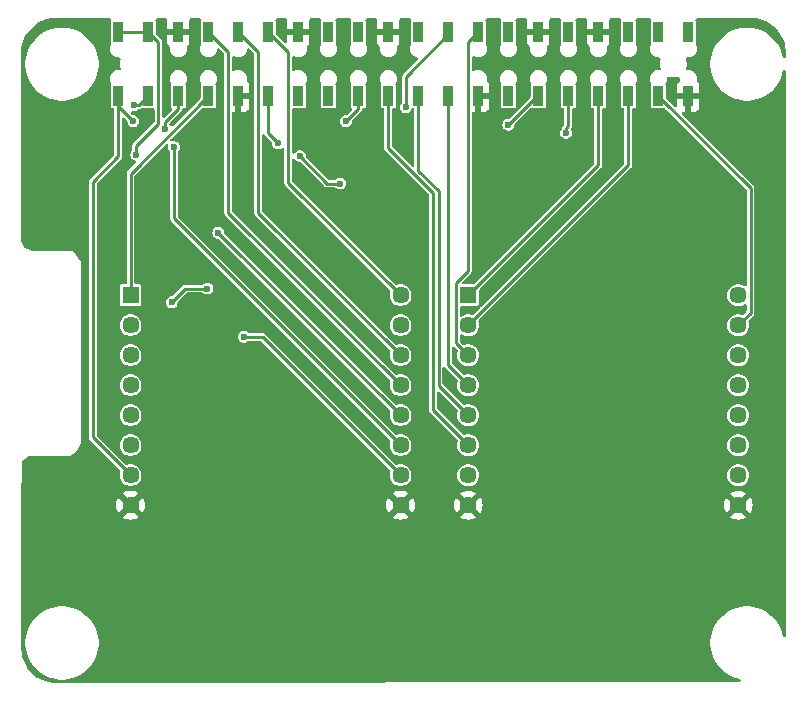
<source format=gbr>
%TF.GenerationSoftware,KiCad,Pcbnew,8.0.2*%
%TF.CreationDate,2024-07-30T13:50:33+02:00*%
%TF.ProjectId,mikrobus_x2_hatPCB,6d696b72-6f62-4757-935f-78325f686174,rev?*%
%TF.SameCoordinates,Original*%
%TF.FileFunction,Copper,L1,Top*%
%TF.FilePolarity,Positive*%
%FSLAX46Y46*%
G04 Gerber Fmt 4.6, Leading zero omitted, Abs format (unit mm)*
G04 Created by KiCad (PCBNEW 8.0.2) date 2024-07-30 13:50:33*
%MOMM*%
%LPD*%
G01*
G04 APERTURE LIST*
%TA.AperFunction,SMDPad,CuDef*%
%ADD10R,0.889000X1.676400*%
%TD*%
%TA.AperFunction,ComponentPad*%
%ADD11R,1.445000X1.445000*%
%TD*%
%TA.AperFunction,ComponentPad*%
%ADD12C,1.445000*%
%TD*%
%TA.AperFunction,ViaPad*%
%ADD13C,0.600000*%
%TD*%
%TA.AperFunction,Conductor*%
%ADD14C,0.250000*%
%TD*%
G04 APERTURE END LIST*
D10*
%TO.P,J1,1,3.3V*%
%TO.N,3V3*%
X123540000Y-77247800D03*
%TO.P,J1,2,5V*%
%TO.N,5V*%
X123540000Y-71812200D03*
%TO.P,J1,3,BCM2_SDA*%
%TO.N,Net-(IC1-SDA)*%
X126080000Y-77247800D03*
%TO.P,J1,4,5V*%
%TO.N,5V*%
X126080000Y-71812200D03*
%TO.P,J1,5,BCM3_SCL*%
%TO.N,Net-(IC1-SCL)*%
X128620000Y-77247800D03*
%TO.P,J1,6,GND*%
%TO.N,GND*%
X128620000Y-71812200D03*
%TO.P,J1,7,BCM4_GPCLK0*%
%TO.N,Net-(IC1-AN)*%
X131160000Y-77247800D03*
%TO.P,J1,8,BCM14_TXD*%
%TO.N,Net-(IC1-TX)*%
X131160000Y-71812200D03*
%TO.P,J1,9,GND*%
%TO.N,GND*%
X133700000Y-77247800D03*
%TO.P,J1,10,BCM15_RXD*%
%TO.N,Net-(IC1-RX)*%
X133700000Y-71812200D03*
%TO.P,J1,11,BCM17*%
%TO.N,Net-(IC2-PWM)*%
X136240000Y-77247800D03*
%TO.P,J1,12,BCM18_PCM_C*%
%TO.N,Net-(IC1-PWM)*%
X136240000Y-71812200D03*
%TO.P,J1,13,BCM27*%
%TO.N,unconnected-(J1-BCM27-Pad13)*%
X138780000Y-77247800D03*
%TO.P,J1,14,GND*%
%TO.N,GND*%
X138780000Y-71812200D03*
%TO.P,J1,15,BCM22*%
%TO.N,unconnected-(J1-BCM22-Pad15)*%
X141320000Y-77247800D03*
%TO.P,J1,16,BCM23*%
%TO.N,unconnected-(J1-BCM23-Pad16)*%
X141320000Y-71812200D03*
%TO.P,J1,17,3.3V*%
%TO.N,3V3*%
X143860000Y-77247800D03*
%TO.P,J1,18,BCM24*%
%TO.N,unconnected-(J1-BCM24-Pad18)*%
X143860000Y-71812200D03*
%TO.P,J1,19,BCM10_MOSI*%
%TO.N,Net-(IC1-MOSI)*%
X146400000Y-77247800D03*
%TO.P,J1,20,GND*%
%TO.N,GND*%
X146400000Y-71812200D03*
%TO.P,J1,21,BCM9_MISO*%
%TO.N,Net-(IC1-MISO)*%
X148940000Y-77247800D03*
%TO.P,J1,22,BCM25*%
%TO.N,unconnected-(J1-BCM25-Pad22)*%
X148940000Y-71812200D03*
%TO.P,J1,23,BCM11_SCLK*%
%TO.N,Net-(IC1-SCK)*%
X151480000Y-77247800D03*
%TO.P,J1,24,BCM8_CE0*%
%TO.N,Net-(IC1-CS)*%
X151480000Y-71812200D03*
%TO.P,J1,25,GND*%
%TO.N,GND*%
X154020000Y-77247800D03*
%TO.P,J1,26,BCM7_CE1*%
%TO.N,Net-(IC2-CS)*%
X154020000Y-71812200D03*
%TO.P,J1,27,BCM0_ID_SD*%
%TO.N,unconnected-(J1-BCM0_ID_SD-Pad27)*%
X156560000Y-77247800D03*
%TO.P,J1,28,BCM1_ID_SC*%
%TO.N,unconnected-(J1-BCM1_ID_SC-Pad28)*%
X156560000Y-71812200D03*
%TO.P,J1,29,BCM5*%
%TO.N,Net-(IC1-RST)*%
X159100000Y-77247800D03*
%TO.P,J1,30,GND*%
%TO.N,GND*%
X159100000Y-71812200D03*
%TO.P,J1,31,BCM6*%
%TO.N,Net-(IC1-INT)*%
X161640000Y-77247800D03*
%TO.P,J1,32,BCM12_PWM0*%
%TO.N,unconnected-(J1-BCM12_PWM0-Pad32)*%
X161640000Y-71812200D03*
%TO.P,J1,33,BCM13_PWM1*%
%TO.N,Net-(IC2-AN)*%
X164180000Y-77247800D03*
%TO.P,J1,34,GND*%
%TO.N,GND*%
X164180000Y-71812200D03*
%TO.P,J1,35,BCM19_MISO_PCM_FS*%
%TO.N,Net-(IC2-RST)*%
X166720000Y-77247800D03*
%TO.P,J1,36,BCM16*%
%TO.N,unconnected-(J1-BCM16-Pad36)*%
X166720000Y-71812200D03*
%TO.P,J1,37,BCM26*%
%TO.N,Net-(IC2-INT)*%
X169260000Y-77247800D03*
%TO.P,J1,38,BCM20_MOSI_PCM_DI*%
%TO.N,unconnected-(J1-BCM20_MOSI_PCM_DI-Pad38)*%
X169260000Y-71812200D03*
%TO.P,J1,39,GND*%
%TO.N,GND*%
X171800000Y-77247800D03*
%TO.P,J1,40,BCM21_SCLK_PCM_DO*%
%TO.N,unconnected-(J1-BCM21_SCLK_PCM_DO-Pad40)*%
X171800000Y-71812200D03*
%TD*%
D11*
%TO.P,IC2,1,AN*%
%TO.N,Net-(IC2-AN)*%
X153170000Y-94120000D03*
D12*
%TO.P,IC2,2,RST*%
%TO.N,Net-(IC2-RST)*%
X153170000Y-96660000D03*
%TO.P,IC2,3,CS*%
%TO.N,Net-(IC2-CS)*%
X153170000Y-99200000D03*
%TO.P,IC2,4,SCK*%
%TO.N,Net-(IC1-SCK)*%
X153170000Y-101740000D03*
%TO.P,IC2,5,MISO*%
%TO.N,Net-(IC1-MISO)*%
X153170000Y-104280000D03*
%TO.P,IC2,6,MOSI*%
%TO.N,Net-(IC1-MOSI)*%
X153170000Y-106820000D03*
%TO.P,IC2,7,+3.3V*%
%TO.N,3V3*%
X153170000Y-109360000D03*
%TO.P,IC2,8,GND_1*%
%TO.N,GND*%
X153170000Y-111900000D03*
%TO.P,IC2,9,PWM*%
%TO.N,Net-(IC2-PWM)*%
X176030000Y-94120000D03*
%TO.P,IC2,10,INT*%
%TO.N,Net-(IC2-INT)*%
X176030000Y-96660000D03*
%TO.P,IC2,11,RX*%
%TO.N,Net-(IC1-RX)*%
X176030000Y-99200000D03*
%TO.P,IC2,12,TX*%
%TO.N,Net-(IC1-TX)*%
X176030000Y-101740000D03*
%TO.P,IC2,13,SCL*%
%TO.N,Net-(IC1-SCL)*%
X176030000Y-104280000D03*
%TO.P,IC2,14,SDA*%
%TO.N,Net-(IC1-SDA)*%
X176030000Y-106820000D03*
%TO.P,IC2,15,+5V*%
%TO.N,5V*%
X176030000Y-109360000D03*
%TO.P,IC2,16,GND_2*%
%TO.N,GND*%
X176030000Y-111900000D03*
%TD*%
D11*
%TO.P,IC1,1,AN*%
%TO.N,Net-(IC1-AN)*%
X124580000Y-94110000D03*
D12*
%TO.P,IC1,2,RST*%
%TO.N,Net-(IC1-RST)*%
X124580000Y-96650000D03*
%TO.P,IC1,3,CS*%
%TO.N,Net-(IC1-CS)*%
X124580000Y-99190000D03*
%TO.P,IC1,4,SCK*%
%TO.N,Net-(IC1-SCK)*%
X124580000Y-101730000D03*
%TO.P,IC1,5,MISO*%
%TO.N,Net-(IC1-MISO)*%
X124580000Y-104270000D03*
%TO.P,IC1,6,MOSI*%
%TO.N,Net-(IC1-MOSI)*%
X124580000Y-106810000D03*
%TO.P,IC1,7,+3.3V*%
%TO.N,3V3*%
X124580000Y-109350000D03*
%TO.P,IC1,8,GND_1*%
%TO.N,GND*%
X124580000Y-111890000D03*
%TO.P,IC1,9,PWM*%
%TO.N,Net-(IC1-PWM)*%
X147440000Y-94110000D03*
%TO.P,IC1,10,INT*%
%TO.N,Net-(IC1-INT)*%
X147440000Y-96650000D03*
%TO.P,IC1,11,RX*%
%TO.N,Net-(IC1-RX)*%
X147440000Y-99190000D03*
%TO.P,IC1,12,TX*%
%TO.N,Net-(IC1-TX)*%
X147440000Y-101730000D03*
%TO.P,IC1,13,SCL*%
%TO.N,Net-(IC1-SCL)*%
X147440000Y-104270000D03*
%TO.P,IC1,14,SDA*%
%TO.N,Net-(IC1-SDA)*%
X147440000Y-106810000D03*
%TO.P,IC1,15,+5V*%
%TO.N,5V*%
X147440000Y-109350000D03*
%TO.P,IC1,16,GND_2*%
%TO.N,GND*%
X147440000Y-111890000D03*
%TD*%
D13*
%TO.N,Net-(IC1-CS)*%
X147880000Y-78200000D03*
%TO.N,Net-(IC1-INT)*%
X161450000Y-80380000D03*
%TO.N,5V*%
X125070000Y-82210000D03*
X134180000Y-97640000D03*
%TO.N,Net-(IC1-SCL)*%
X132010000Y-88830000D03*
X127508917Y-80014999D03*
%TO.N,Net-(IC1-SDA)*%
X128250000Y-81570000D03*
X124840000Y-78050000D03*
%TO.N,3V3*%
X142820000Y-79390000D03*
X124820000Y-79390000D03*
%TO.N,Net-(IC1-RST)*%
X131096942Y-93556942D03*
X156570000Y-79700000D03*
X128070000Y-94720000D03*
%TO.N,Net-(IC2-PWM)*%
X137070000Y-81260000D03*
X142320000Y-84670000D03*
X138910000Y-82340000D03*
%TD*%
D14*
%TO.N,Net-(IC1-PWM)*%
X147440000Y-94110000D02*
X137922400Y-84592400D01*
X137922400Y-73494600D02*
X136240000Y-71812200D01*
X137922400Y-84592400D02*
X137922400Y-73494600D01*
%TO.N,Net-(IC1-CS)*%
X151480000Y-72047170D02*
X151480000Y-71812200D01*
X147880000Y-78200000D02*
X147880000Y-75647170D01*
X147880000Y-75647170D02*
X151480000Y-72047170D01*
%TO.N,Net-(IC1-RX)*%
X147440000Y-99190000D02*
X135382400Y-87132400D01*
X135382400Y-73494600D02*
X133700000Y-71812200D01*
X135382400Y-87132400D02*
X135382400Y-73494600D01*
%TO.N,Net-(IC1-INT)*%
X161450000Y-80380000D02*
X161450000Y-80000000D01*
X161640000Y-79810000D02*
X161640000Y-77247800D01*
X161450000Y-80000000D02*
X161640000Y-79810000D01*
%TO.N,5V*%
X125070000Y-82210000D02*
X125070000Y-81466396D01*
X135730000Y-97640000D02*
X134180000Y-97640000D01*
X125070000Y-81466396D02*
X126937600Y-79598796D01*
X126080000Y-71812200D02*
X126937600Y-72669800D01*
X147440000Y-109350000D02*
X135787500Y-97697500D01*
X126937600Y-79598796D02*
X126937600Y-72669800D01*
X126080000Y-71812200D02*
X123540000Y-71812200D01*
X135787500Y-97697500D02*
X135730000Y-97640000D01*
%TO.N,Net-(IC1-AN)*%
X124580000Y-94110000D02*
X124580000Y-83827800D01*
X124580000Y-83827800D02*
X131160000Y-77247800D01*
%TO.N,Net-(IC1-SCL)*%
X132017600Y-88837600D02*
X132010000Y-88830000D01*
X127508917Y-79471083D02*
X128620000Y-78360000D01*
X128620000Y-77127170D02*
X128620000Y-77247800D01*
X127508917Y-80014999D02*
X127508917Y-79471083D01*
X132017600Y-88847600D02*
X132017600Y-88837600D01*
X128620000Y-78360000D02*
X128620000Y-77247800D01*
X147440000Y-104270000D02*
X132017600Y-88847600D01*
%TO.N,Net-(IC1-SDA)*%
X124840000Y-78050000D02*
X125277800Y-78050000D01*
X128250000Y-87620000D02*
X128250000Y-81570000D01*
X147440000Y-106810000D02*
X128250000Y-87620000D01*
X125277800Y-78050000D02*
X126080000Y-77247800D01*
%TO.N,Net-(IC1-MISO)*%
X148940000Y-83563604D02*
X148940000Y-77247800D01*
X150660000Y-100510000D02*
X150660000Y-85283604D01*
X150660000Y-85283604D02*
X148940000Y-83563604D01*
X153170000Y-104280000D02*
X150660000Y-101770000D01*
X150660000Y-101770000D02*
X150660000Y-100510000D01*
%TO.N,Net-(IC1-MOSI)*%
X150210000Y-85470000D02*
X146400000Y-81660000D01*
X146400000Y-81660000D02*
X146400000Y-77247800D01*
X153170000Y-106820000D02*
X150210000Y-103860000D01*
X150210000Y-103860000D02*
X150210000Y-85470000D01*
%TO.N,Net-(IC1-SCK)*%
X151480000Y-100050000D02*
X151480000Y-77247800D01*
X153170000Y-101740000D02*
X151480000Y-100050000D01*
%TO.N,Net-(IC1-TX)*%
X147440000Y-101730000D02*
X132842400Y-87132400D01*
X132842400Y-87132400D02*
X132842400Y-73494600D01*
X132842400Y-73494600D02*
X131160000Y-71812200D01*
%TO.N,3V3*%
X121380000Y-84520000D02*
X123540000Y-82360000D01*
X124580000Y-109350000D02*
X121380000Y-106150000D01*
X123540000Y-77247800D02*
X123540000Y-78110000D01*
X142820000Y-79390000D02*
X143860000Y-78350000D01*
X123540000Y-82360000D02*
X123540000Y-77247800D01*
X123540000Y-78110000D02*
X124820000Y-79390000D01*
X121380000Y-106150000D02*
X121380000Y-84520000D01*
X143860000Y-78350000D02*
X143860000Y-77247800D01*
%TO.N,Net-(IC1-RST)*%
X159022200Y-77247800D02*
X159100000Y-77247800D01*
X156570000Y-79700000D02*
X159022200Y-77247800D01*
X128070000Y-94720000D02*
X129233058Y-93556942D01*
X129233058Y-93556942D02*
X131096942Y-93556942D01*
%TO.N,Net-(IC2-PWM)*%
X142320000Y-84670000D02*
X141240000Y-84670000D01*
X136240000Y-80430000D02*
X137070000Y-81260000D01*
X141240000Y-84670000D02*
X138910000Y-82340000D01*
X136240000Y-77247800D02*
X136240000Y-80430000D01*
%TO.N,Net-(IC2-INT)*%
X177077500Y-85065300D02*
X169260000Y-77247800D01*
X176030000Y-96660000D02*
X177077500Y-95612500D01*
X177077500Y-95612500D02*
X177077500Y-85065300D01*
%TO.N,Net-(IC2-CS)*%
X153170000Y-99200000D02*
X152122500Y-98152500D01*
X152122500Y-98152500D02*
X152122500Y-93072500D01*
X153162400Y-72669800D02*
X154020000Y-71812200D01*
X152122500Y-93072500D02*
X153162400Y-92032600D01*
X153162400Y-92032600D02*
X153162400Y-72669800D01*
%TO.N,Net-(IC2-RST)*%
X153170000Y-96660000D02*
X166720000Y-83110000D01*
X166720000Y-83110000D02*
X166720000Y-77247800D01*
%TO.N,Net-(IC2-AN)*%
X153170000Y-94120000D02*
X164180000Y-83110000D01*
X164180000Y-83110000D02*
X164180000Y-77247800D01*
%TD*%
%TA.AperFunction,Conductor*%
%TO.N,GND*%
G36*
X122818284Y-70680829D02*
G01*
X122885320Y-70700525D01*
X122931066Y-70753336D01*
X122940998Y-70822497D01*
X122921366Y-70873719D01*
X122906632Y-70895770D01*
X122906631Y-70895770D01*
X122895000Y-70954247D01*
X122895000Y-72670152D01*
X122906631Y-72728629D01*
X122906632Y-72728631D01*
X122913962Y-72739600D01*
X122934841Y-72806277D01*
X122916357Y-72873657D01*
X122913965Y-72877380D01*
X122890339Y-72912740D01*
X122890331Y-72912754D01*
X122835073Y-73046161D01*
X122835071Y-73046169D01*
X122806900Y-73187793D01*
X122806900Y-73187795D01*
X122806900Y-73187796D01*
X122806900Y-73332204D01*
X122806900Y-73332206D01*
X122806899Y-73332206D01*
X122835071Y-73473830D01*
X122835073Y-73473838D01*
X122890335Y-73607253D01*
X122890336Y-73607256D01*
X122970563Y-73727323D01*
X122970566Y-73727327D01*
X123072672Y-73829433D01*
X123072676Y-73829436D01*
X123192743Y-73909663D01*
X123192745Y-73909663D01*
X123192747Y-73909665D01*
X123326163Y-73964927D01*
X123360846Y-73971826D01*
X123467793Y-73993100D01*
X123615637Y-73993100D01*
X123682676Y-74012785D01*
X123728431Y-74065589D01*
X123738375Y-74134747D01*
X123733568Y-74155418D01*
X123698557Y-74263169D01*
X123670500Y-74440313D01*
X123670500Y-74619686D01*
X123698557Y-74796830D01*
X123698558Y-74796834D01*
X123733568Y-74904582D01*
X123735563Y-74974423D01*
X123699483Y-75034256D01*
X123636782Y-75065084D01*
X123615637Y-75066900D01*
X123467794Y-75066900D01*
X123326169Y-75095071D01*
X123326161Y-75095073D01*
X123192746Y-75150335D01*
X123192743Y-75150336D01*
X123072676Y-75230563D01*
X123072672Y-75230566D01*
X122970566Y-75332672D01*
X122970563Y-75332676D01*
X122890336Y-75452743D01*
X122890335Y-75452746D01*
X122835073Y-75586161D01*
X122835071Y-75586169D01*
X122806900Y-75727793D01*
X122806900Y-75727796D01*
X122806900Y-75872204D01*
X122806900Y-75872206D01*
X122806899Y-75872206D01*
X122835071Y-76013830D01*
X122835073Y-76013838D01*
X122890331Y-76147245D01*
X122890333Y-76147249D01*
X122890335Y-76147253D01*
X122890338Y-76147257D01*
X122890340Y-76147261D01*
X122913964Y-76182618D01*
X122934841Y-76249295D01*
X122916356Y-76316675D01*
X122913964Y-76320397D01*
X122906632Y-76331370D01*
X122906631Y-76331370D01*
X122895000Y-76389847D01*
X122895000Y-78105752D01*
X122906631Y-78164229D01*
X122906632Y-78164230D01*
X122950947Y-78230552D01*
X123017269Y-78274867D01*
X123017270Y-78274868D01*
X123075747Y-78286499D01*
X123075750Y-78286500D01*
X123075752Y-78286500D01*
X123090500Y-78286500D01*
X123157539Y-78306185D01*
X123203294Y-78358989D01*
X123214500Y-78410500D01*
X123214500Y-82173811D01*
X123194815Y-82240850D01*
X123178181Y-82261492D01*
X121119537Y-84320135D01*
X121119533Y-84320141D01*
X121076681Y-84394361D01*
X121076682Y-84394362D01*
X121054500Y-84477147D01*
X121054500Y-106192852D01*
X121076682Y-106275640D01*
X121098108Y-106312750D01*
X121119535Y-106349862D01*
X121119537Y-106349864D01*
X123680882Y-108911209D01*
X123714367Y-108972532D01*
X123711132Y-109037207D01*
X123672199Y-109157032D01*
X123672197Y-109157037D01*
X123651916Y-109350000D01*
X123672197Y-109542962D01*
X123672198Y-109542964D01*
X123732150Y-109727480D01*
X123732153Y-109727486D01*
X123829164Y-109895514D01*
X123958991Y-110039701D01*
X124115953Y-110153741D01*
X124115954Y-110153741D01*
X124115958Y-110153744D01*
X124260510Y-110218103D01*
X124293201Y-110232658D01*
X124293206Y-110232660D01*
X124482989Y-110273000D01*
X124677011Y-110273000D01*
X124866794Y-110232660D01*
X125044042Y-110153744D01*
X125201009Y-110039701D01*
X125330836Y-109895514D01*
X125427847Y-109727486D01*
X125487803Y-109542960D01*
X125508084Y-109350000D01*
X125487803Y-109157040D01*
X125431098Y-108982519D01*
X125427849Y-108972519D01*
X125427846Y-108972513D01*
X125330836Y-108804486D01*
X125201009Y-108660299D01*
X125201008Y-108660298D01*
X125044046Y-108546258D01*
X125044043Y-108546256D01*
X125044042Y-108546256D01*
X124960548Y-108509082D01*
X124866798Y-108467341D01*
X124866793Y-108467339D01*
X124677011Y-108427000D01*
X124482989Y-108427000D01*
X124293208Y-108467339D01*
X124293204Y-108467340D01*
X124277273Y-108474433D01*
X124208023Y-108483716D01*
X124144747Y-108454085D01*
X124139160Y-108448833D01*
X122500327Y-106810000D01*
X123651916Y-106810000D01*
X123672197Y-107002962D01*
X123672198Y-107002964D01*
X123732150Y-107187480D01*
X123732153Y-107187486D01*
X123829164Y-107355514D01*
X123889243Y-107422238D01*
X123958991Y-107499701D01*
X124115953Y-107613741D01*
X124115954Y-107613741D01*
X124115958Y-107613744D01*
X124260510Y-107678103D01*
X124293201Y-107692658D01*
X124293206Y-107692660D01*
X124482989Y-107733000D01*
X124677011Y-107733000D01*
X124866794Y-107692660D01*
X125044042Y-107613744D01*
X125201009Y-107499701D01*
X125330836Y-107355514D01*
X125427847Y-107187486D01*
X125487803Y-107002960D01*
X125508084Y-106810000D01*
X125487803Y-106617040D01*
X125431098Y-106442519D01*
X125427849Y-106432519D01*
X125427846Y-106432513D01*
X125330836Y-106264486D01*
X125201009Y-106120299D01*
X125182907Y-106107147D01*
X125044046Y-106006258D01*
X125044043Y-106006256D01*
X125044042Y-106006256D01*
X124960577Y-105969095D01*
X124866798Y-105927341D01*
X124866793Y-105927339D01*
X124677011Y-105887000D01*
X124482989Y-105887000D01*
X124293206Y-105927339D01*
X124293201Y-105927341D01*
X124115958Y-106006256D01*
X124115953Y-106006258D01*
X123958991Y-106120298D01*
X123829163Y-106264487D01*
X123732153Y-106432513D01*
X123732150Y-106432519D01*
X123672198Y-106617035D01*
X123672197Y-106617037D01*
X123651916Y-106810000D01*
X122500327Y-106810000D01*
X121741819Y-106051492D01*
X121708334Y-105990169D01*
X121705500Y-105963811D01*
X121705500Y-104270000D01*
X123651916Y-104270000D01*
X123672197Y-104462962D01*
X123672198Y-104462964D01*
X123732150Y-104647480D01*
X123732153Y-104647486D01*
X123829164Y-104815514D01*
X123958991Y-104959701D01*
X124115953Y-105073741D01*
X124115954Y-105073741D01*
X124115958Y-105073744D01*
X124260510Y-105138103D01*
X124293201Y-105152658D01*
X124293206Y-105152660D01*
X124482989Y-105193000D01*
X124677011Y-105193000D01*
X124866794Y-105152660D01*
X125044042Y-105073744D01*
X125201009Y-104959701D01*
X125330836Y-104815514D01*
X125427847Y-104647486D01*
X125487803Y-104462960D01*
X125508084Y-104270000D01*
X125487803Y-104077040D01*
X125448867Y-103957207D01*
X125427849Y-103892519D01*
X125427846Y-103892513D01*
X125330836Y-103724486D01*
X125201009Y-103580299D01*
X125201008Y-103580298D01*
X125044046Y-103466258D01*
X125044043Y-103466256D01*
X125044042Y-103466256D01*
X124960577Y-103429095D01*
X124866798Y-103387341D01*
X124866793Y-103387339D01*
X124677011Y-103347000D01*
X124482989Y-103347000D01*
X124293206Y-103387339D01*
X124293201Y-103387341D01*
X124115958Y-103466256D01*
X124115953Y-103466258D01*
X123958991Y-103580298D01*
X123829163Y-103724487D01*
X123732153Y-103892513D01*
X123732150Y-103892519D01*
X123672198Y-104077035D01*
X123672197Y-104077037D01*
X123651916Y-104270000D01*
X121705500Y-104270000D01*
X121705500Y-101730000D01*
X123651916Y-101730000D01*
X123672197Y-101922962D01*
X123672198Y-101922964D01*
X123732150Y-102107480D01*
X123732153Y-102107486D01*
X123829164Y-102275514D01*
X123866976Y-102317508D01*
X123958991Y-102419701D01*
X124115953Y-102533741D01*
X124115954Y-102533741D01*
X124115958Y-102533744D01*
X124260510Y-102598103D01*
X124293201Y-102612658D01*
X124293206Y-102612660D01*
X124482989Y-102653000D01*
X124677011Y-102653000D01*
X124866794Y-102612660D01*
X125044042Y-102533744D01*
X125201009Y-102419701D01*
X125330836Y-102275514D01*
X125427847Y-102107486D01*
X125487803Y-101922960D01*
X125508084Y-101730000D01*
X125487803Y-101537040D01*
X125431098Y-101362519D01*
X125427849Y-101352519D01*
X125427846Y-101352513D01*
X125330836Y-101184486D01*
X125201009Y-101040299D01*
X125201008Y-101040298D01*
X125044046Y-100926258D01*
X125044043Y-100926256D01*
X125044042Y-100926256D01*
X124960577Y-100889095D01*
X124866798Y-100847341D01*
X124866793Y-100847339D01*
X124677011Y-100807000D01*
X124482989Y-100807000D01*
X124293206Y-100847339D01*
X124293201Y-100847341D01*
X124115958Y-100926256D01*
X124115953Y-100926258D01*
X123958991Y-101040298D01*
X123829163Y-101184487D01*
X123732153Y-101352513D01*
X123732150Y-101352519D01*
X123672198Y-101537035D01*
X123672197Y-101537037D01*
X123651916Y-101730000D01*
X121705500Y-101730000D01*
X121705500Y-99190000D01*
X123651916Y-99190000D01*
X123672197Y-99382962D01*
X123672198Y-99382964D01*
X123732150Y-99567480D01*
X123732153Y-99567486D01*
X123829164Y-99735514D01*
X123944684Y-99863811D01*
X123958991Y-99879701D01*
X124115953Y-99993741D01*
X124115954Y-99993741D01*
X124115958Y-99993744D01*
X124260510Y-100058103D01*
X124293201Y-100072658D01*
X124293206Y-100072660D01*
X124482989Y-100113000D01*
X124677011Y-100113000D01*
X124866794Y-100072660D01*
X125044042Y-99993744D01*
X125201009Y-99879701D01*
X125330836Y-99735514D01*
X125427847Y-99567486D01*
X125487803Y-99382960D01*
X125508084Y-99190000D01*
X125487803Y-98997040D01*
X125431098Y-98822519D01*
X125427849Y-98812519D01*
X125427846Y-98812513D01*
X125330836Y-98644486D01*
X125201009Y-98500299D01*
X125201008Y-98500298D01*
X125044046Y-98386258D01*
X125044043Y-98386256D01*
X125044042Y-98386256D01*
X124960577Y-98349095D01*
X124866798Y-98307341D01*
X124866793Y-98307339D01*
X124677011Y-98267000D01*
X124482989Y-98267000D01*
X124293206Y-98307339D01*
X124293201Y-98307341D01*
X124115958Y-98386256D01*
X124115953Y-98386258D01*
X123958991Y-98500298D01*
X123829163Y-98644487D01*
X123732153Y-98812513D01*
X123732150Y-98812519D01*
X123672198Y-98997035D01*
X123672197Y-98997037D01*
X123651916Y-99190000D01*
X121705500Y-99190000D01*
X121705500Y-97640000D01*
X133674353Y-97640000D01*
X133694834Y-97782456D01*
X133754622Y-97913371D01*
X133754623Y-97913373D01*
X133848872Y-98022143D01*
X133969947Y-98099953D01*
X133969950Y-98099954D01*
X133969949Y-98099954D01*
X134108036Y-98140499D01*
X134108038Y-98140500D01*
X134108039Y-98140500D01*
X134251962Y-98140500D01*
X134251962Y-98140499D01*
X134390053Y-98099953D01*
X134511128Y-98022143D01*
X134523126Y-98008296D01*
X134581903Y-97970523D01*
X134616838Y-97965500D01*
X135543811Y-97965500D01*
X135610850Y-97985185D01*
X135631492Y-98001819D01*
X146540882Y-108911208D01*
X146574367Y-108972531D01*
X146571132Y-109037206D01*
X146532199Y-109157032D01*
X146532197Y-109157037D01*
X146511916Y-109350000D01*
X146532197Y-109542962D01*
X146532198Y-109542964D01*
X146592150Y-109727480D01*
X146592153Y-109727486D01*
X146689164Y-109895514D01*
X146818991Y-110039701D01*
X146975953Y-110153741D01*
X146975954Y-110153741D01*
X146975958Y-110153744D01*
X147120510Y-110218103D01*
X147153201Y-110232658D01*
X147153206Y-110232660D01*
X147342989Y-110273000D01*
X147537011Y-110273000D01*
X147726794Y-110232660D01*
X147904042Y-110153744D01*
X148061009Y-110039701D01*
X148190836Y-109895514D01*
X148287847Y-109727486D01*
X148347803Y-109542960D01*
X148367033Y-109360000D01*
X152241916Y-109360000D01*
X152262197Y-109552962D01*
X152262198Y-109552964D01*
X152322150Y-109737480D01*
X152322153Y-109737486D01*
X152419164Y-109905514D01*
X152539987Y-110039701D01*
X152548991Y-110049701D01*
X152705953Y-110163741D01*
X152705954Y-110163741D01*
X152705958Y-110163744D01*
X152850510Y-110228103D01*
X152883201Y-110242658D01*
X152883206Y-110242660D01*
X153072989Y-110283000D01*
X153267011Y-110283000D01*
X153456794Y-110242660D01*
X153634042Y-110163744D01*
X153791009Y-110049701D01*
X153920836Y-109905514D01*
X154017847Y-109737486D01*
X154077803Y-109552960D01*
X154098084Y-109360000D01*
X175101916Y-109360000D01*
X175122197Y-109552962D01*
X175122198Y-109552964D01*
X175182150Y-109737480D01*
X175182153Y-109737486D01*
X175279164Y-109905514D01*
X175399987Y-110039701D01*
X175408991Y-110049701D01*
X175565953Y-110163741D01*
X175565954Y-110163741D01*
X175565958Y-110163744D01*
X175710510Y-110228103D01*
X175743201Y-110242658D01*
X175743206Y-110242660D01*
X175932989Y-110283000D01*
X176127011Y-110283000D01*
X176316794Y-110242660D01*
X176494042Y-110163744D01*
X176651009Y-110049701D01*
X176780836Y-109905514D01*
X176877847Y-109737486D01*
X176937803Y-109552960D01*
X176958084Y-109360000D01*
X176937803Y-109167040D01*
X176895618Y-109037207D01*
X176877849Y-108982519D01*
X176877846Y-108982513D01*
X176780836Y-108814486D01*
X176651009Y-108670299D01*
X176651008Y-108670298D01*
X176494046Y-108556258D01*
X176494043Y-108556256D01*
X176494042Y-108556256D01*
X176388088Y-108509082D01*
X176316798Y-108477341D01*
X176316793Y-108477339D01*
X176127011Y-108437000D01*
X175932989Y-108437000D01*
X175743206Y-108477339D01*
X175743201Y-108477341D01*
X175565958Y-108556256D01*
X175565953Y-108556258D01*
X175408991Y-108670298D01*
X175279163Y-108814487D01*
X175182153Y-108982513D01*
X175182150Y-108982519D01*
X175122198Y-109167035D01*
X175122197Y-109167037D01*
X175101916Y-109360000D01*
X154098084Y-109360000D01*
X154077803Y-109167040D01*
X154035618Y-109037207D01*
X154017849Y-108982519D01*
X154017846Y-108982513D01*
X153920836Y-108814486D01*
X153791009Y-108670299D01*
X153791008Y-108670298D01*
X153634046Y-108556258D01*
X153634043Y-108556256D01*
X153634042Y-108556256D01*
X153528088Y-108509082D01*
X153456798Y-108477341D01*
X153456793Y-108477339D01*
X153267011Y-108437000D01*
X153072989Y-108437000D01*
X152883206Y-108477339D01*
X152883201Y-108477341D01*
X152705958Y-108556256D01*
X152705953Y-108556258D01*
X152548991Y-108670298D01*
X152419163Y-108814487D01*
X152322153Y-108982513D01*
X152322150Y-108982519D01*
X152262198Y-109167035D01*
X152262197Y-109167037D01*
X152241916Y-109360000D01*
X148367033Y-109360000D01*
X148368084Y-109350000D01*
X148347803Y-109157040D01*
X148291098Y-108982519D01*
X148287849Y-108972519D01*
X148287846Y-108972513D01*
X148190836Y-108804486D01*
X148061009Y-108660299D01*
X148061008Y-108660298D01*
X147904046Y-108546258D01*
X147904043Y-108546256D01*
X147904042Y-108546256D01*
X147820548Y-108509082D01*
X147726798Y-108467341D01*
X147726793Y-108467339D01*
X147537011Y-108427000D01*
X147342989Y-108427000D01*
X147153208Y-108467339D01*
X147153203Y-108467340D01*
X147137270Y-108474434D01*
X147068019Y-108483715D01*
X147004744Y-108454084D01*
X146999159Y-108448833D01*
X135987362Y-97437035D01*
X135929864Y-97379537D01*
X135929862Y-97379535D01*
X135892750Y-97358108D01*
X135855640Y-97336682D01*
X135814246Y-97325591D01*
X135772853Y-97314500D01*
X135772852Y-97314500D01*
X134616838Y-97314500D01*
X134549799Y-97294815D01*
X134523127Y-97271704D01*
X134511128Y-97257857D01*
X134390053Y-97180047D01*
X134390051Y-97180046D01*
X134390049Y-97180045D01*
X134390050Y-97180045D01*
X134251963Y-97139500D01*
X134251961Y-97139500D01*
X134108039Y-97139500D01*
X134108036Y-97139500D01*
X133969949Y-97180045D01*
X133848873Y-97257856D01*
X133754623Y-97366626D01*
X133754622Y-97366628D01*
X133694834Y-97497543D01*
X133674353Y-97640000D01*
X121705500Y-97640000D01*
X121705500Y-96650000D01*
X123651916Y-96650000D01*
X123672197Y-96842962D01*
X123672198Y-96842964D01*
X123732150Y-97027480D01*
X123732153Y-97027486D01*
X123829164Y-97195514D01*
X123936300Y-97314500D01*
X123958991Y-97339701D01*
X124115953Y-97453741D01*
X124115954Y-97453741D01*
X124115958Y-97453744D01*
X124260510Y-97518103D01*
X124293201Y-97532658D01*
X124293206Y-97532660D01*
X124482989Y-97573000D01*
X124677011Y-97573000D01*
X124866794Y-97532660D01*
X125044042Y-97453744D01*
X125201009Y-97339701D01*
X125330836Y-97195514D01*
X125427847Y-97027486D01*
X125487803Y-96842960D01*
X125508084Y-96650000D01*
X125487803Y-96457040D01*
X125431098Y-96282519D01*
X125427849Y-96272519D01*
X125427846Y-96272513D01*
X125336610Y-96114487D01*
X125330836Y-96104486D01*
X125201009Y-95960299D01*
X125201008Y-95960298D01*
X125044046Y-95846258D01*
X125044043Y-95846256D01*
X125044042Y-95846256D01*
X124967915Y-95812362D01*
X124866798Y-95767341D01*
X124866793Y-95767339D01*
X124677011Y-95727000D01*
X124482989Y-95727000D01*
X124293206Y-95767339D01*
X124293201Y-95767341D01*
X124115958Y-95846256D01*
X124115953Y-95846258D01*
X123958991Y-95960298D01*
X123829163Y-96104487D01*
X123732153Y-96272513D01*
X123732150Y-96272519D01*
X123672198Y-96457035D01*
X123672197Y-96457037D01*
X123651916Y-96650000D01*
X121705500Y-96650000D01*
X121705500Y-84706189D01*
X121725185Y-84639150D01*
X121741819Y-84618508D01*
X122732392Y-83627935D01*
X123800465Y-82559862D01*
X123843317Y-82485639D01*
X123843318Y-82485638D01*
X123843926Y-82483371D01*
X123849262Y-82463453D01*
X123865500Y-82402853D01*
X123865500Y-79195189D01*
X123885185Y-79128150D01*
X123937989Y-79082395D01*
X124007147Y-79072451D01*
X124070703Y-79101476D01*
X124077181Y-79107508D01*
X124278034Y-79308361D01*
X124311519Y-79369684D01*
X124312764Y-79381268D01*
X124313091Y-79381222D01*
X124334834Y-79532456D01*
X124374066Y-79618360D01*
X124394623Y-79663373D01*
X124488872Y-79772143D01*
X124609947Y-79849953D01*
X124609950Y-79849954D01*
X124609949Y-79849954D01*
X124686879Y-79872542D01*
X124748032Y-79890498D01*
X124748036Y-79890499D01*
X124748038Y-79890500D01*
X124748039Y-79890500D01*
X124891962Y-79890500D01*
X124891962Y-79890499D01*
X125030053Y-79849953D01*
X125151128Y-79772143D01*
X125245377Y-79663373D01*
X125305165Y-79532457D01*
X125325647Y-79390000D01*
X125305165Y-79247543D01*
X125245377Y-79116627D01*
X125151128Y-79007857D01*
X125030053Y-78930047D01*
X125030051Y-78930046D01*
X125030049Y-78930045D01*
X125030050Y-78930045D01*
X124891963Y-78889500D01*
X124891961Y-78889500D01*
X124831189Y-78889500D01*
X124764150Y-78869815D01*
X124743508Y-78853181D01*
X124648342Y-78758015D01*
X124614857Y-78696692D01*
X124619841Y-78627000D01*
X124661713Y-78571067D01*
X124727177Y-78546650D01*
X124759137Y-78550087D01*
X124759260Y-78549238D01*
X124768038Y-78550500D01*
X124768039Y-78550500D01*
X124911962Y-78550500D01*
X124911962Y-78550499D01*
X125050053Y-78509953D01*
X125171128Y-78432143D01*
X125183126Y-78418296D01*
X125241903Y-78380523D01*
X125276838Y-78375500D01*
X125320651Y-78375500D01*
X125320653Y-78375500D01*
X125403439Y-78353318D01*
X125477662Y-78310465D01*
X125477664Y-78310462D01*
X125477669Y-78310460D01*
X125484113Y-78305516D01*
X125485861Y-78307794D01*
X125534984Y-78280954D01*
X125585567Y-78280496D01*
X125601551Y-78283675D01*
X125615751Y-78286500D01*
X126488100Y-78286500D01*
X126555139Y-78306185D01*
X126600894Y-78358989D01*
X126612100Y-78410500D01*
X126612100Y-79412607D01*
X126592415Y-79479646D01*
X126575781Y-79500288D01*
X124809537Y-81266531D01*
X124809533Y-81266537D01*
X124766681Y-81340757D01*
X124766682Y-81340758D01*
X124744500Y-81423543D01*
X124744500Y-81775112D01*
X124724815Y-81842151D01*
X124714213Y-81856314D01*
X124644625Y-81936622D01*
X124644622Y-81936628D01*
X124584834Y-82067543D01*
X124564353Y-82210000D01*
X124584834Y-82352456D01*
X124618332Y-82425805D01*
X124644623Y-82483373D01*
X124738872Y-82592143D01*
X124859947Y-82669953D01*
X124859950Y-82669954D01*
X124859948Y-82669954D01*
X124982213Y-82705853D01*
X125040991Y-82743626D01*
X125070017Y-82807182D01*
X125060074Y-82876340D01*
X125034960Y-82912511D01*
X124319537Y-83627935D01*
X124319533Y-83627941D01*
X124276681Y-83702161D01*
X124276682Y-83702162D01*
X124254500Y-83784947D01*
X124254500Y-93063000D01*
X124234815Y-93130039D01*
X124182011Y-93175794D01*
X124130500Y-93187000D01*
X123837747Y-93187000D01*
X123779270Y-93198631D01*
X123779269Y-93198632D01*
X123712947Y-93242947D01*
X123668632Y-93309269D01*
X123668631Y-93309270D01*
X123657000Y-93367747D01*
X123657000Y-94852252D01*
X123668631Y-94910729D01*
X123668632Y-94910730D01*
X123712947Y-94977052D01*
X123779269Y-95021367D01*
X123779270Y-95021368D01*
X123837747Y-95032999D01*
X123837750Y-95033000D01*
X123837752Y-95033000D01*
X125322250Y-95033000D01*
X125322251Y-95032999D01*
X125337068Y-95030052D01*
X125380729Y-95021368D01*
X125380729Y-95021367D01*
X125380731Y-95021367D01*
X125447052Y-94977052D01*
X125491367Y-94910731D01*
X125491367Y-94910729D01*
X125491368Y-94910729D01*
X125500969Y-94862457D01*
X125503000Y-94852248D01*
X125503000Y-94720000D01*
X127564353Y-94720000D01*
X127584834Y-94862456D01*
X127641736Y-94987052D01*
X127644623Y-94993373D01*
X127738872Y-95102143D01*
X127859947Y-95179953D01*
X127859950Y-95179954D01*
X127859949Y-95179954D01*
X127998036Y-95220499D01*
X127998038Y-95220500D01*
X127998039Y-95220500D01*
X128141962Y-95220500D01*
X128141962Y-95220499D01*
X128280053Y-95179953D01*
X128401128Y-95102143D01*
X128495377Y-94993373D01*
X128555165Y-94862457D01*
X128575647Y-94720000D01*
X128575646Y-94719999D01*
X128576909Y-94711222D01*
X128579873Y-94711648D01*
X128595332Y-94659002D01*
X128611966Y-94638360D01*
X129331566Y-93918761D01*
X129392889Y-93885276D01*
X129419247Y-93882442D01*
X130660104Y-93882442D01*
X130727143Y-93902127D01*
X130753814Y-93925237D01*
X130765814Y-93939085D01*
X130886889Y-94016895D01*
X130886892Y-94016896D01*
X130886891Y-94016896D01*
X131024978Y-94057441D01*
X131024980Y-94057442D01*
X131024981Y-94057442D01*
X131168904Y-94057442D01*
X131168904Y-94057441D01*
X131306995Y-94016895D01*
X131428070Y-93939085D01*
X131522319Y-93830315D01*
X131582107Y-93699399D01*
X131602589Y-93556942D01*
X131582107Y-93414485D01*
X131522319Y-93283569D01*
X131428070Y-93174799D01*
X131306995Y-93096989D01*
X131306993Y-93096988D01*
X131306991Y-93096987D01*
X131306992Y-93096987D01*
X131168905Y-93056442D01*
X131168903Y-93056442D01*
X131024981Y-93056442D01*
X131024978Y-93056442D01*
X130886891Y-93096987D01*
X130765815Y-93174798D01*
X130765814Y-93174798D01*
X130765814Y-93174799D01*
X130753815Y-93188645D01*
X130695039Y-93226419D01*
X130660104Y-93231442D01*
X129190205Y-93231442D01*
X129107420Y-93253624D01*
X129107413Y-93253627D01*
X129033202Y-93296472D01*
X129033194Y-93296478D01*
X128146492Y-94183181D01*
X128085169Y-94216666D01*
X128058811Y-94219500D01*
X127998036Y-94219500D01*
X127859949Y-94260045D01*
X127738873Y-94337856D01*
X127644623Y-94446626D01*
X127644622Y-94446628D01*
X127584834Y-94577543D01*
X127564353Y-94720000D01*
X125503000Y-94720000D01*
X125503000Y-93367752D01*
X125503000Y-93367749D01*
X125502999Y-93367747D01*
X125491368Y-93309270D01*
X125491367Y-93309269D01*
X125447052Y-93242947D01*
X125380730Y-93198632D01*
X125380729Y-93198631D01*
X125322252Y-93187000D01*
X125322248Y-93187000D01*
X125029500Y-93187000D01*
X124962461Y-93167315D01*
X124916706Y-93114511D01*
X124905500Y-93063000D01*
X124905500Y-84013988D01*
X124925185Y-83946949D01*
X124941814Y-83926312D01*
X127556091Y-81312035D01*
X127617411Y-81278552D01*
X127687103Y-81283536D01*
X127743036Y-81325408D01*
X127767453Y-81390872D01*
X127764489Y-81418533D01*
X127766097Y-81418765D01*
X127744353Y-81570000D01*
X127764834Y-81712456D01*
X127815885Y-81824240D01*
X127824623Y-81843373D01*
X127894213Y-81923685D01*
X127923238Y-81987240D01*
X127924500Y-82004887D01*
X127924500Y-87662852D01*
X127946682Y-87745640D01*
X127968108Y-87782750D01*
X127989535Y-87819862D01*
X127989537Y-87819864D01*
X146540882Y-106371209D01*
X146574367Y-106432532D01*
X146571132Y-106497207D01*
X146532199Y-106617032D01*
X146532197Y-106617037D01*
X146511916Y-106810000D01*
X146532197Y-107002962D01*
X146532198Y-107002964D01*
X146592150Y-107187480D01*
X146592153Y-107187486D01*
X146689164Y-107355514D01*
X146749243Y-107422238D01*
X146818991Y-107499701D01*
X146975953Y-107613741D01*
X146975954Y-107613741D01*
X146975958Y-107613744D01*
X147120510Y-107678103D01*
X147153201Y-107692658D01*
X147153206Y-107692660D01*
X147342989Y-107733000D01*
X147537011Y-107733000D01*
X147726794Y-107692660D01*
X147904042Y-107613744D01*
X148061009Y-107499701D01*
X148190836Y-107355514D01*
X148287847Y-107187486D01*
X148347803Y-107002960D01*
X148368084Y-106810000D01*
X148347803Y-106617040D01*
X148291098Y-106442519D01*
X148287849Y-106432519D01*
X148287846Y-106432513D01*
X148190836Y-106264486D01*
X148061009Y-106120299D01*
X148042907Y-106107147D01*
X147904046Y-106006258D01*
X147904043Y-106006256D01*
X147904042Y-106006256D01*
X147820577Y-105969095D01*
X147726798Y-105927341D01*
X147726793Y-105927339D01*
X147537011Y-105887000D01*
X147342989Y-105887000D01*
X147153208Y-105927339D01*
X147153204Y-105927340D01*
X147137273Y-105934433D01*
X147068023Y-105943716D01*
X147004747Y-105914085D01*
X146999160Y-105908833D01*
X129920327Y-88830000D01*
X131504353Y-88830000D01*
X131524834Y-88972456D01*
X131584622Y-89103371D01*
X131584623Y-89103373D01*
X131678872Y-89212143D01*
X131799947Y-89289953D01*
X131799950Y-89289954D01*
X131799949Y-89289954D01*
X131938036Y-89330499D01*
X131938038Y-89330500D01*
X131938039Y-89330500D01*
X131988811Y-89330500D01*
X132055850Y-89350185D01*
X132076492Y-89366819D01*
X146540882Y-103831209D01*
X146574367Y-103892532D01*
X146571132Y-103957207D01*
X146532199Y-104077032D01*
X146532197Y-104077037D01*
X146511916Y-104270000D01*
X146532197Y-104462962D01*
X146532198Y-104462964D01*
X146592150Y-104647480D01*
X146592153Y-104647486D01*
X146689164Y-104815514D01*
X146818991Y-104959701D01*
X146975953Y-105073741D01*
X146975954Y-105073741D01*
X146975958Y-105073744D01*
X147120510Y-105138103D01*
X147153201Y-105152658D01*
X147153206Y-105152660D01*
X147342989Y-105193000D01*
X147537011Y-105193000D01*
X147726794Y-105152660D01*
X147904042Y-105073744D01*
X148061009Y-104959701D01*
X148190836Y-104815514D01*
X148287847Y-104647486D01*
X148347803Y-104462960D01*
X148368084Y-104270000D01*
X148347803Y-104077040D01*
X148308867Y-103957207D01*
X148287849Y-103892519D01*
X148287846Y-103892513D01*
X148190836Y-103724486D01*
X148061009Y-103580299D01*
X148061008Y-103580298D01*
X147904046Y-103466258D01*
X147904043Y-103466256D01*
X147904042Y-103466256D01*
X147820577Y-103429095D01*
X147726798Y-103387341D01*
X147726793Y-103387339D01*
X147537011Y-103347000D01*
X147342989Y-103347000D01*
X147153208Y-103387339D01*
X147153204Y-103387340D01*
X147137273Y-103394433D01*
X147068023Y-103403716D01*
X147004747Y-103374085D01*
X146999160Y-103368833D01*
X132551966Y-88921639D01*
X132518481Y-88860316D01*
X132515647Y-88833958D01*
X132515647Y-88830001D01*
X132495165Y-88687543D01*
X132435377Y-88556628D01*
X132435376Y-88556626D01*
X132341128Y-88447857D01*
X132220053Y-88370047D01*
X132220051Y-88370046D01*
X132220049Y-88370045D01*
X132220050Y-88370045D01*
X132081963Y-88329500D01*
X132081961Y-88329500D01*
X131938039Y-88329500D01*
X131938036Y-88329500D01*
X131799949Y-88370045D01*
X131678873Y-88447856D01*
X131584623Y-88556626D01*
X131584622Y-88556628D01*
X131524834Y-88687543D01*
X131504353Y-88830000D01*
X129920327Y-88830000D01*
X128611819Y-87521492D01*
X128578334Y-87460169D01*
X128575500Y-87433811D01*
X128575500Y-82004887D01*
X128595185Y-81937848D01*
X128605782Y-81923689D01*
X128675377Y-81843373D01*
X128735165Y-81712457D01*
X128755647Y-81570000D01*
X128735165Y-81427543D01*
X128675377Y-81296627D01*
X128581128Y-81187857D01*
X128460053Y-81110047D01*
X128460051Y-81110046D01*
X128460049Y-81110045D01*
X128460050Y-81110045D01*
X128321963Y-81069500D01*
X128321961Y-81069500D01*
X128178039Y-81069500D01*
X128107057Y-81090341D01*
X128037187Y-81090340D01*
X127978410Y-81052564D01*
X127949386Y-80989008D01*
X127959330Y-80919850D01*
X127984439Y-80883686D01*
X130553695Y-78314430D01*
X130615016Y-78280947D01*
X130665566Y-78280496D01*
X130695749Y-78286500D01*
X130695752Y-78286500D01*
X131624250Y-78286500D01*
X131624251Y-78286499D01*
X131639068Y-78283552D01*
X131682729Y-78274868D01*
X131682729Y-78274867D01*
X131682731Y-78274867D01*
X131749052Y-78230552D01*
X131793367Y-78164231D01*
X131793367Y-78164229D01*
X131793368Y-78164229D01*
X131804999Y-78105752D01*
X131805000Y-78105750D01*
X131805000Y-76389849D01*
X131804999Y-76389847D01*
X131793368Y-76331371D01*
X131793367Y-76331369D01*
X131786036Y-76320397D01*
X131765158Y-76253723D01*
X131783641Y-76186343D01*
X131786037Y-76182615D01*
X131796132Y-76167506D01*
X131809665Y-76147253D01*
X131864927Y-76013837D01*
X131893100Y-75872204D01*
X131893100Y-75727796D01*
X131893100Y-75727793D01*
X131868959Y-75606431D01*
X131864927Y-75586163D01*
X131809665Y-75452747D01*
X131809663Y-75452745D01*
X131809663Y-75452743D01*
X131729436Y-75332676D01*
X131729433Y-75332672D01*
X131627327Y-75230566D01*
X131627323Y-75230563D01*
X131507256Y-75150336D01*
X131507253Y-75150335D01*
X131373838Y-75095073D01*
X131373830Y-75095071D01*
X131232206Y-75066900D01*
X131232204Y-75066900D01*
X131087796Y-75066900D01*
X131087794Y-75066900D01*
X130946169Y-75095071D01*
X130946161Y-75095073D01*
X130812746Y-75150335D01*
X130812743Y-75150336D01*
X130692676Y-75230563D01*
X130692672Y-75230566D01*
X130590566Y-75332672D01*
X130590563Y-75332676D01*
X130510336Y-75452743D01*
X130510335Y-75452746D01*
X130455073Y-75586161D01*
X130455071Y-75586169D01*
X130426900Y-75727793D01*
X130426900Y-75727796D01*
X130426900Y-75872204D01*
X130426900Y-75872206D01*
X130426899Y-75872206D01*
X130455071Y-76013830D01*
X130455073Y-76013838D01*
X130510331Y-76147245D01*
X130510333Y-76147249D01*
X130510335Y-76147253D01*
X130510338Y-76147257D01*
X130510340Y-76147261D01*
X130533964Y-76182618D01*
X130554841Y-76249295D01*
X130536356Y-76316675D01*
X130533964Y-76320397D01*
X130526632Y-76331370D01*
X130526631Y-76331370D01*
X130515000Y-76389847D01*
X130515000Y-77381110D01*
X130495315Y-77448149D01*
X130478681Y-77468791D01*
X128145713Y-79801758D01*
X128084390Y-79835243D01*
X128014698Y-79830259D01*
X127958765Y-79788387D01*
X127945238Y-79765590D01*
X127934294Y-79741626D01*
X127934292Y-79741624D01*
X127934291Y-79741621D01*
X127900524Y-79702652D01*
X127871499Y-79639096D01*
X127881443Y-79569938D01*
X127906553Y-79533772D01*
X128809652Y-78630672D01*
X128809657Y-78630669D01*
X128819860Y-78620465D01*
X128819862Y-78620465D01*
X128880465Y-78559862D01*
X128923318Y-78485638D01*
X128925997Y-78475639D01*
X128945501Y-78402853D01*
X128945501Y-78402847D01*
X128946562Y-78394794D01*
X128949980Y-78395244D01*
X128965186Y-78343461D01*
X129017990Y-78297706D01*
X129069501Y-78286500D01*
X129084250Y-78286500D01*
X129084251Y-78286499D01*
X129099068Y-78283552D01*
X129142729Y-78274868D01*
X129142729Y-78274867D01*
X129142731Y-78274867D01*
X129209052Y-78230552D01*
X129253367Y-78164231D01*
X129253367Y-78164229D01*
X129253368Y-78164229D01*
X129264999Y-78105752D01*
X129265000Y-78105750D01*
X129265000Y-76389849D01*
X129264999Y-76389847D01*
X129253368Y-76331371D01*
X129253367Y-76331369D01*
X129246036Y-76320397D01*
X129225158Y-76253723D01*
X129243641Y-76186343D01*
X129246037Y-76182615D01*
X129256132Y-76167506D01*
X129269665Y-76147253D01*
X129324927Y-76013837D01*
X129353100Y-75872204D01*
X129353100Y-75727796D01*
X129353100Y-75727793D01*
X129328959Y-75606431D01*
X129324927Y-75586163D01*
X129269665Y-75452747D01*
X129269663Y-75452745D01*
X129269663Y-75452743D01*
X129189436Y-75332676D01*
X129189433Y-75332672D01*
X129087327Y-75230566D01*
X129087323Y-75230563D01*
X128967256Y-75150336D01*
X128967253Y-75150335D01*
X128833838Y-75095073D01*
X128833830Y-75095071D01*
X128692206Y-75066900D01*
X128692204Y-75066900D01*
X128547796Y-75066900D01*
X128547794Y-75066900D01*
X128406169Y-75095071D01*
X128406161Y-75095073D01*
X128272746Y-75150335D01*
X128272743Y-75150336D01*
X128152676Y-75230563D01*
X128152672Y-75230566D01*
X128050566Y-75332672D01*
X128050563Y-75332676D01*
X127970336Y-75452743D01*
X127970335Y-75452746D01*
X127915073Y-75586161D01*
X127915071Y-75586169D01*
X127886900Y-75727793D01*
X127886900Y-75727796D01*
X127886900Y-75872204D01*
X127886900Y-75872206D01*
X127886899Y-75872206D01*
X127915071Y-76013830D01*
X127915073Y-76013838D01*
X127970331Y-76147245D01*
X127970333Y-76147249D01*
X127970335Y-76147253D01*
X127970338Y-76147257D01*
X127970340Y-76147261D01*
X127993964Y-76182618D01*
X128014841Y-76249295D01*
X127996356Y-76316675D01*
X127993964Y-76320397D01*
X127986632Y-76331370D01*
X127986631Y-76331370D01*
X127975000Y-76389847D01*
X127975000Y-78105752D01*
X127986631Y-78164229D01*
X127986632Y-78164230D01*
X128014776Y-78206349D01*
X128030948Y-78230552D01*
X128054087Y-78246013D01*
X128060082Y-78250019D01*
X128104886Y-78303632D01*
X128113593Y-78372957D01*
X128083438Y-78435984D01*
X128078871Y-78440802D01*
X127474781Y-79044892D01*
X127413458Y-79078377D01*
X127343766Y-79073393D01*
X127287833Y-79031521D01*
X127263416Y-78966057D01*
X127263100Y-78957211D01*
X127263100Y-72722655D01*
X127263101Y-72722642D01*
X127263101Y-72698244D01*
X127675500Y-72698244D01*
X127681901Y-72757772D01*
X127681903Y-72757779D01*
X127732145Y-72892486D01*
X127732149Y-72892493D01*
X127818309Y-73007587D01*
X127818310Y-73007588D01*
X127846659Y-73028810D01*
X127888531Y-73084743D01*
X127893967Y-73152267D01*
X127891715Y-73163588D01*
X127886900Y-73187796D01*
X127886900Y-73332204D01*
X127886900Y-73332206D01*
X127886899Y-73332206D01*
X127915071Y-73473830D01*
X127915073Y-73473838D01*
X127970335Y-73607253D01*
X127970336Y-73607256D01*
X128050563Y-73727323D01*
X128050566Y-73727327D01*
X128152672Y-73829433D01*
X128152676Y-73829436D01*
X128272743Y-73909663D01*
X128272745Y-73909663D01*
X128272747Y-73909665D01*
X128406163Y-73964927D01*
X128440846Y-73971826D01*
X128547793Y-73993100D01*
X128547796Y-73993100D01*
X128692206Y-73993100D01*
X128763503Y-73978917D01*
X128833837Y-73964927D01*
X128967253Y-73909665D01*
X129087324Y-73829436D01*
X129189436Y-73727324D01*
X129269665Y-73607253D01*
X129324927Y-73473837D01*
X129342386Y-73386067D01*
X129353100Y-73332206D01*
X129353100Y-73187795D01*
X129350430Y-73174376D01*
X129346033Y-73152267D01*
X129352259Y-73082679D01*
X129393341Y-73028809D01*
X129421688Y-73007588D01*
X129421690Y-73007586D01*
X129507852Y-72892488D01*
X129507854Y-72892486D01*
X129558096Y-72757779D01*
X129558098Y-72757772D01*
X129564499Y-72698244D01*
X129564500Y-72698227D01*
X129564500Y-72062200D01*
X127675500Y-72062200D01*
X127675500Y-72698244D01*
X127263101Y-72698244D01*
X127263101Y-72626949D01*
X127263101Y-72626948D01*
X127240918Y-72544162D01*
X127210073Y-72490737D01*
X127198065Y-72469938D01*
X127137462Y-72409335D01*
X127137461Y-72409334D01*
X127133131Y-72405004D01*
X127133120Y-72404994D01*
X126761319Y-72033192D01*
X126727834Y-71971869D01*
X126725000Y-71945511D01*
X126725000Y-70954249D01*
X126724999Y-70954247D01*
X126713368Y-70895770D01*
X126713367Y-70895769D01*
X126699080Y-70874387D01*
X126678202Y-70807710D01*
X126696686Y-70740330D01*
X126748665Y-70693639D01*
X126802198Y-70681496D01*
X127572332Y-70681625D01*
X127639365Y-70701321D01*
X127685111Y-70754132D01*
X127695043Y-70823293D01*
X127688491Y-70848955D01*
X127681903Y-70866617D01*
X127681901Y-70866627D01*
X127675500Y-70926155D01*
X127675500Y-71562200D01*
X129564500Y-71562200D01*
X129564500Y-70926172D01*
X129564499Y-70926155D01*
X129558098Y-70866627D01*
X129558096Y-70866619D01*
X129551641Y-70849312D01*
X129546655Y-70779621D01*
X129580140Y-70718297D01*
X129641462Y-70684811D01*
X129667841Y-70681977D01*
X130437431Y-70682106D01*
X130504467Y-70701802D01*
X130550213Y-70754613D01*
X130560145Y-70823774D01*
X130540512Y-70874996D01*
X130526633Y-70895766D01*
X130526631Y-70895770D01*
X130515000Y-70954247D01*
X130515000Y-72670152D01*
X130526631Y-72728629D01*
X130526632Y-72728631D01*
X130533962Y-72739600D01*
X130554841Y-72806277D01*
X130536357Y-72873657D01*
X130533965Y-72877380D01*
X130510339Y-72912740D01*
X130510331Y-72912754D01*
X130455073Y-73046161D01*
X130455071Y-73046169D01*
X130426900Y-73187793D01*
X130426900Y-73187795D01*
X130426900Y-73187796D01*
X130426900Y-73332204D01*
X130426900Y-73332206D01*
X130426899Y-73332206D01*
X130455071Y-73473830D01*
X130455073Y-73473838D01*
X130510335Y-73607253D01*
X130510336Y-73607256D01*
X130590563Y-73727323D01*
X130590566Y-73727327D01*
X130692672Y-73829433D01*
X130692676Y-73829436D01*
X130812743Y-73909663D01*
X130812745Y-73909663D01*
X130812747Y-73909665D01*
X130946163Y-73964927D01*
X130980846Y-73971826D01*
X131087793Y-73993100D01*
X131087796Y-73993100D01*
X131232206Y-73993100D01*
X131303503Y-73978917D01*
X131373837Y-73964927D01*
X131507253Y-73909665D01*
X131627324Y-73829436D01*
X131729436Y-73727324D01*
X131809665Y-73607253D01*
X131864927Y-73473837D01*
X131882386Y-73386067D01*
X131893100Y-73332206D01*
X131893100Y-73304989D01*
X131912785Y-73237950D01*
X131965589Y-73192195D01*
X132034747Y-73182251D01*
X132098303Y-73211276D01*
X132104781Y-73217308D01*
X132480581Y-73593108D01*
X132514066Y-73654431D01*
X132516900Y-73680789D01*
X132516900Y-87175252D01*
X132539082Y-87258040D01*
X132560508Y-87295150D01*
X132581935Y-87332262D01*
X132581937Y-87332264D01*
X146540882Y-101291209D01*
X146574367Y-101352532D01*
X146571132Y-101417207D01*
X146532199Y-101537032D01*
X146532197Y-101537037D01*
X146511916Y-101730000D01*
X146532197Y-101922962D01*
X146532198Y-101922964D01*
X146592150Y-102107480D01*
X146592153Y-102107486D01*
X146689164Y-102275514D01*
X146726976Y-102317508D01*
X146818991Y-102419701D01*
X146975953Y-102533741D01*
X146975954Y-102533741D01*
X146975958Y-102533744D01*
X147120510Y-102598103D01*
X147153201Y-102612658D01*
X147153206Y-102612660D01*
X147342989Y-102653000D01*
X147537011Y-102653000D01*
X147726794Y-102612660D01*
X147904042Y-102533744D01*
X148061009Y-102419701D01*
X148190836Y-102275514D01*
X148287847Y-102107486D01*
X148347803Y-101922960D01*
X148368084Y-101730000D01*
X148347803Y-101537040D01*
X148291098Y-101362519D01*
X148287849Y-101352519D01*
X148287846Y-101352513D01*
X148190836Y-101184486D01*
X148061009Y-101040299D01*
X148061008Y-101040298D01*
X147904046Y-100926258D01*
X147904043Y-100926256D01*
X147904042Y-100926256D01*
X147820577Y-100889095D01*
X147726798Y-100847341D01*
X147726793Y-100847339D01*
X147537011Y-100807000D01*
X147342989Y-100807000D01*
X147153208Y-100847339D01*
X147153204Y-100847340D01*
X147137273Y-100854433D01*
X147068023Y-100863716D01*
X147004747Y-100834085D01*
X146999160Y-100828833D01*
X133204219Y-87033892D01*
X133170734Y-86972569D01*
X133167900Y-86946211D01*
X133167900Y-78710000D01*
X133187585Y-78642961D01*
X133240389Y-78597206D01*
X133291900Y-78586000D01*
X133450000Y-78586000D01*
X133950000Y-78586000D01*
X134192328Y-78586000D01*
X134192344Y-78585999D01*
X134251872Y-78579598D01*
X134251879Y-78579596D01*
X134386586Y-78529354D01*
X134386593Y-78529350D01*
X134501687Y-78443190D01*
X134501690Y-78443187D01*
X134587850Y-78328093D01*
X134587854Y-78328086D01*
X134638096Y-78193379D01*
X134638098Y-78193372D01*
X134644499Y-78133844D01*
X134644500Y-78133827D01*
X134644500Y-77497800D01*
X133950000Y-77497800D01*
X133950000Y-78586000D01*
X133450000Y-78586000D01*
X133450000Y-77121800D01*
X133469685Y-77054761D01*
X133522489Y-77009006D01*
X133574000Y-76997800D01*
X134644500Y-76997800D01*
X134644500Y-76361772D01*
X134644499Y-76361755D01*
X134638098Y-76302227D01*
X134638096Y-76302220D01*
X134587854Y-76167513D01*
X134587850Y-76167506D01*
X134501691Y-76052414D01*
X134501682Y-76052405D01*
X134473339Y-76031187D01*
X134431468Y-75975254D01*
X134426033Y-75907730D01*
X134433100Y-75872204D01*
X134433100Y-75727796D01*
X134433100Y-75727793D01*
X134408959Y-75606431D01*
X134404927Y-75586163D01*
X134349665Y-75452747D01*
X134349663Y-75452745D01*
X134349663Y-75452743D01*
X134269436Y-75332676D01*
X134269433Y-75332672D01*
X134167327Y-75230566D01*
X134167323Y-75230563D01*
X134047256Y-75150336D01*
X134047253Y-75150335D01*
X133913838Y-75095073D01*
X133913830Y-75095071D01*
X133772206Y-75066900D01*
X133772204Y-75066900D01*
X133627796Y-75066900D01*
X133627794Y-75066900D01*
X133486169Y-75095071D01*
X133486161Y-75095073D01*
X133352738Y-75150338D01*
X133350336Y-75151622D01*
X133348936Y-75151913D01*
X133347119Y-75152666D01*
X133346976Y-75152321D01*
X133281931Y-75165854D01*
X133216691Y-75140843D01*
X133175330Y-75084532D01*
X133167900Y-75042255D01*
X133167900Y-74017744D01*
X133187585Y-73950705D01*
X133240389Y-73904950D01*
X133309547Y-73895006D01*
X133350347Y-73908383D01*
X133352742Y-73909663D01*
X133352747Y-73909665D01*
X133486163Y-73964927D01*
X133520846Y-73971826D01*
X133627793Y-73993100D01*
X133627796Y-73993100D01*
X133772206Y-73993100D01*
X133843503Y-73978917D01*
X133913837Y-73964927D01*
X134047253Y-73909665D01*
X134167324Y-73829436D01*
X134269436Y-73727324D01*
X134349665Y-73607253D01*
X134404927Y-73473837D01*
X134422386Y-73386067D01*
X134433100Y-73332206D01*
X134433100Y-73304989D01*
X134452785Y-73237950D01*
X134505589Y-73192195D01*
X134574747Y-73182251D01*
X134638303Y-73211276D01*
X134644781Y-73217308D01*
X135020581Y-73593108D01*
X135054066Y-73654431D01*
X135056900Y-73680789D01*
X135056900Y-87175252D01*
X135079082Y-87258040D01*
X135100508Y-87295150D01*
X135121935Y-87332262D01*
X135121937Y-87332264D01*
X146540882Y-98751209D01*
X146574367Y-98812532D01*
X146571132Y-98877207D01*
X146532199Y-98997032D01*
X146532197Y-98997037D01*
X146511916Y-99190000D01*
X146532197Y-99382962D01*
X146532198Y-99382964D01*
X146592150Y-99567480D01*
X146592153Y-99567486D01*
X146689164Y-99735514D01*
X146804684Y-99863811D01*
X146818991Y-99879701D01*
X146975953Y-99993741D01*
X146975954Y-99993741D01*
X146975958Y-99993744D01*
X147120510Y-100058103D01*
X147153201Y-100072658D01*
X147153206Y-100072660D01*
X147342989Y-100113000D01*
X147537011Y-100113000D01*
X147726794Y-100072660D01*
X147904042Y-99993744D01*
X148061009Y-99879701D01*
X148190836Y-99735514D01*
X148287847Y-99567486D01*
X148347803Y-99382960D01*
X148368084Y-99190000D01*
X148347803Y-98997040D01*
X148291098Y-98822519D01*
X148287849Y-98812519D01*
X148287846Y-98812513D01*
X148190836Y-98644486D01*
X148061009Y-98500299D01*
X148061008Y-98500298D01*
X147904046Y-98386258D01*
X147904043Y-98386256D01*
X147904042Y-98386256D01*
X147820577Y-98349095D01*
X147726798Y-98307341D01*
X147726793Y-98307339D01*
X147537011Y-98267000D01*
X147342989Y-98267000D01*
X147153208Y-98307339D01*
X147153204Y-98307340D01*
X147137273Y-98314433D01*
X147068023Y-98323716D01*
X147004747Y-98294085D01*
X146999160Y-98288833D01*
X145360327Y-96650000D01*
X146511916Y-96650000D01*
X146532197Y-96842962D01*
X146532198Y-96842964D01*
X146592150Y-97027480D01*
X146592153Y-97027486D01*
X146689164Y-97195514D01*
X146796300Y-97314500D01*
X146818991Y-97339701D01*
X146975953Y-97453741D01*
X146975954Y-97453741D01*
X146975958Y-97453744D01*
X147120510Y-97518103D01*
X147153201Y-97532658D01*
X147153206Y-97532660D01*
X147342989Y-97573000D01*
X147537011Y-97573000D01*
X147726794Y-97532660D01*
X147904042Y-97453744D01*
X148061009Y-97339701D01*
X148190836Y-97195514D01*
X148287847Y-97027486D01*
X148347803Y-96842960D01*
X148368084Y-96650000D01*
X148347803Y-96457040D01*
X148291098Y-96282519D01*
X148287849Y-96272519D01*
X148287846Y-96272513D01*
X148196610Y-96114487D01*
X148190836Y-96104486D01*
X148061009Y-95960299D01*
X148061008Y-95960298D01*
X147904046Y-95846258D01*
X147904043Y-95846256D01*
X147904042Y-95846256D01*
X147827915Y-95812362D01*
X147726798Y-95767341D01*
X147726793Y-95767339D01*
X147537011Y-95727000D01*
X147342989Y-95727000D01*
X147153206Y-95767339D01*
X147153201Y-95767341D01*
X146975958Y-95846256D01*
X146975953Y-95846258D01*
X146818991Y-95960298D01*
X146689163Y-96104487D01*
X146592153Y-96272513D01*
X146592150Y-96272519D01*
X146532198Y-96457035D01*
X146532197Y-96457037D01*
X146511916Y-96650000D01*
X145360327Y-96650000D01*
X135744219Y-87033892D01*
X135710734Y-86972569D01*
X135707900Y-86946211D01*
X135707900Y-80622151D01*
X135727585Y-80555112D01*
X135780389Y-80509357D01*
X135849547Y-80499413D01*
X135913103Y-80528438D01*
X135939287Y-80560151D01*
X135979535Y-80629862D01*
X135979537Y-80629864D01*
X136528034Y-81178361D01*
X136561519Y-81239684D01*
X136562764Y-81251268D01*
X136563091Y-81251222D01*
X136584834Y-81402456D01*
X136629459Y-81500169D01*
X136644623Y-81533373D01*
X136738872Y-81642143D01*
X136859947Y-81719953D01*
X136859950Y-81719954D01*
X136859949Y-81719954D01*
X136998036Y-81760499D01*
X136998038Y-81760500D01*
X136998039Y-81760500D01*
X137141962Y-81760500D01*
X137141962Y-81760499D01*
X137280053Y-81719953D01*
X137280055Y-81719952D01*
X137405861Y-81639102D01*
X137472900Y-81619417D01*
X137539940Y-81639102D01*
X137585694Y-81691906D01*
X137596900Y-81743417D01*
X137596900Y-84635252D01*
X137619082Y-84718040D01*
X137640508Y-84755150D01*
X137661935Y-84792262D01*
X137661937Y-84792264D01*
X146540882Y-93671209D01*
X146574367Y-93732532D01*
X146571132Y-93797207D01*
X146532199Y-93917032D01*
X146532197Y-93917037D01*
X146511916Y-94110000D01*
X146532197Y-94302962D01*
X146532198Y-94302964D01*
X146592150Y-94487480D01*
X146592153Y-94487486D01*
X146689164Y-94655514D01*
X146747228Y-94720000D01*
X146818991Y-94799701D01*
X146975953Y-94913741D01*
X146975954Y-94913741D01*
X146975958Y-94913744D01*
X147118150Y-94977052D01*
X147153201Y-94992658D01*
X147153206Y-94992660D01*
X147342989Y-95033000D01*
X147537011Y-95033000D01*
X147726794Y-94992660D01*
X147904042Y-94913744D01*
X148061009Y-94799701D01*
X148190836Y-94655514D01*
X148287847Y-94487486D01*
X148347803Y-94302960D01*
X148368084Y-94110000D01*
X148347803Y-93917040D01*
X148291098Y-93742519D01*
X148287849Y-93732519D01*
X148287846Y-93732513D01*
X148190836Y-93564486D01*
X148061009Y-93420299D01*
X148053007Y-93414485D01*
X147904046Y-93306258D01*
X147904043Y-93306256D01*
X147904042Y-93306256D01*
X147820577Y-93269095D01*
X147726798Y-93227341D01*
X147726793Y-93227339D01*
X147537011Y-93187000D01*
X147342989Y-93187000D01*
X147153208Y-93227339D01*
X147153204Y-93227340D01*
X147137273Y-93234433D01*
X147068023Y-93243716D01*
X147004747Y-93214085D01*
X146999160Y-93208833D01*
X138284219Y-84493892D01*
X138250734Y-84432569D01*
X138247900Y-84406211D01*
X138247900Y-82665040D01*
X138267585Y-82598001D01*
X138320389Y-82552246D01*
X138389547Y-82542302D01*
X138453103Y-82571327D01*
X138479264Y-82606275D01*
X138479829Y-82605913D01*
X138484623Y-82613373D01*
X138578872Y-82722143D01*
X138699947Y-82799953D01*
X138699950Y-82799954D01*
X138699949Y-82799954D01*
X138838036Y-82840499D01*
X138838038Y-82840500D01*
X138838039Y-82840500D01*
X138898811Y-82840500D01*
X138965850Y-82860185D01*
X138986492Y-82876819D01*
X140975194Y-84865520D01*
X140975204Y-84865531D01*
X140979534Y-84869861D01*
X140979535Y-84869862D01*
X141040138Y-84930465D01*
X141040140Y-84930466D01*
X141040141Y-84930467D01*
X141114358Y-84973316D01*
X141114359Y-84973317D01*
X141114361Y-84973317D01*
X141114362Y-84973318D01*
X141197147Y-84995501D01*
X141197149Y-84995501D01*
X141290449Y-84995501D01*
X141290465Y-84995500D01*
X141883162Y-84995500D01*
X141950201Y-85015185D01*
X141976872Y-85038295D01*
X141988872Y-85052143D01*
X142109947Y-85129953D01*
X142109950Y-85129954D01*
X142109949Y-85129954D01*
X142217107Y-85161417D01*
X142225244Y-85163807D01*
X142248036Y-85170499D01*
X142248038Y-85170500D01*
X142248039Y-85170500D01*
X142391962Y-85170500D01*
X142391962Y-85170499D01*
X142530053Y-85129953D01*
X142651128Y-85052143D01*
X142745377Y-84943373D01*
X142805165Y-84812457D01*
X142825647Y-84670000D01*
X142805165Y-84527543D01*
X142745377Y-84396627D01*
X142651128Y-84287857D01*
X142530053Y-84210047D01*
X142530051Y-84210046D01*
X142530049Y-84210045D01*
X142530050Y-84210045D01*
X142391963Y-84169500D01*
X142391961Y-84169500D01*
X142248039Y-84169500D01*
X142248036Y-84169500D01*
X142109949Y-84210045D01*
X141988873Y-84287856D01*
X141988872Y-84287856D01*
X141988872Y-84287857D01*
X141976873Y-84301703D01*
X141918097Y-84339477D01*
X141883162Y-84344500D01*
X141426188Y-84344500D01*
X141359149Y-84324815D01*
X141338507Y-84308181D01*
X139451966Y-82421639D01*
X139418481Y-82360316D01*
X139417235Y-82348732D01*
X139416909Y-82348779D01*
X139401391Y-82240850D01*
X139395165Y-82197543D01*
X139335377Y-82066627D01*
X139241128Y-81957857D01*
X139120053Y-81880047D01*
X139120051Y-81880046D01*
X139120049Y-81880045D01*
X139120050Y-81880045D01*
X138981963Y-81839500D01*
X138981961Y-81839500D01*
X138838039Y-81839500D01*
X138838036Y-81839500D01*
X138699949Y-81880045D01*
X138578873Y-81957856D01*
X138484623Y-82066626D01*
X138479829Y-82074087D01*
X138478714Y-82073371D01*
X138438938Y-82119276D01*
X138371898Y-82138959D01*
X138304859Y-82119273D01*
X138259105Y-82066468D01*
X138247900Y-82014959D01*
X138247900Y-79390000D01*
X142314353Y-79390000D01*
X142334834Y-79532456D01*
X142374066Y-79618360D01*
X142394623Y-79663373D01*
X142488872Y-79772143D01*
X142609947Y-79849953D01*
X142609950Y-79849954D01*
X142609949Y-79849954D01*
X142686879Y-79872542D01*
X142748032Y-79890498D01*
X142748036Y-79890499D01*
X142748038Y-79890500D01*
X142748039Y-79890500D01*
X142891962Y-79890500D01*
X142891962Y-79890499D01*
X143030053Y-79849953D01*
X143151128Y-79772143D01*
X143245377Y-79663373D01*
X143305165Y-79532457D01*
X143325647Y-79390000D01*
X143325646Y-79389999D01*
X143326909Y-79381222D01*
X143329873Y-79381648D01*
X143345332Y-79329002D01*
X143361966Y-79308360D01*
X143713115Y-78957211D01*
X144120465Y-78549862D01*
X144163318Y-78475639D01*
X144185500Y-78392853D01*
X144185500Y-78392851D01*
X144187603Y-78385003D01*
X144189234Y-78385440D01*
X144213569Y-78330424D01*
X144271891Y-78291949D01*
X144308246Y-78286500D01*
X144324250Y-78286500D01*
X144324251Y-78286499D01*
X144339068Y-78283552D01*
X144382729Y-78274868D01*
X144382729Y-78274867D01*
X144382731Y-78274867D01*
X144449052Y-78230552D01*
X144493367Y-78164231D01*
X144493367Y-78164229D01*
X144493368Y-78164229D01*
X144504999Y-78105752D01*
X144505000Y-78105750D01*
X144505000Y-76389849D01*
X144504999Y-76389847D01*
X144493368Y-76331371D01*
X144493367Y-76331369D01*
X144486036Y-76320397D01*
X144465158Y-76253723D01*
X144483641Y-76186343D01*
X144486037Y-76182615D01*
X144496132Y-76167506D01*
X144509665Y-76147253D01*
X144564927Y-76013837D01*
X144593100Y-75872204D01*
X144593100Y-75727796D01*
X144593100Y-75727793D01*
X144568959Y-75606431D01*
X144564927Y-75586163D01*
X144509665Y-75452747D01*
X144509663Y-75452745D01*
X144509663Y-75452743D01*
X144429436Y-75332676D01*
X144429433Y-75332672D01*
X144327327Y-75230566D01*
X144327323Y-75230563D01*
X144207256Y-75150336D01*
X144207253Y-75150335D01*
X144073838Y-75095073D01*
X144073830Y-75095071D01*
X143932206Y-75066900D01*
X143932204Y-75066900D01*
X143787796Y-75066900D01*
X143787794Y-75066900D01*
X143646169Y-75095071D01*
X143646161Y-75095073D01*
X143512746Y-75150335D01*
X143512743Y-75150336D01*
X143392676Y-75230563D01*
X143392672Y-75230566D01*
X143290566Y-75332672D01*
X143290563Y-75332676D01*
X143210336Y-75452743D01*
X143210335Y-75452746D01*
X143155073Y-75586161D01*
X143155071Y-75586169D01*
X143126900Y-75727793D01*
X143126900Y-75727796D01*
X143126900Y-75872204D01*
X143126900Y-75872206D01*
X143126899Y-75872206D01*
X143155071Y-76013830D01*
X143155073Y-76013838D01*
X143210331Y-76147245D01*
X143210333Y-76147249D01*
X143210335Y-76147253D01*
X143210338Y-76147257D01*
X143210340Y-76147261D01*
X143233964Y-76182618D01*
X143254841Y-76249295D01*
X143236356Y-76316675D01*
X143233964Y-76320397D01*
X143226632Y-76331370D01*
X143226631Y-76331370D01*
X143215000Y-76389847D01*
X143215000Y-78105752D01*
X143226631Y-78164229D01*
X143226632Y-78164230D01*
X143270947Y-78230552D01*
X143294086Y-78246013D01*
X143338891Y-78299626D01*
X143347598Y-78368951D01*
X143317443Y-78431978D01*
X143312876Y-78436796D01*
X142896492Y-78853181D01*
X142835169Y-78886666D01*
X142808811Y-78889500D01*
X142748036Y-78889500D01*
X142609949Y-78930045D01*
X142488873Y-79007856D01*
X142394623Y-79116626D01*
X142394622Y-79116628D01*
X142334834Y-79247543D01*
X142314353Y-79390000D01*
X138247900Y-79390000D01*
X138247900Y-78410500D01*
X138267585Y-78343461D01*
X138320389Y-78297706D01*
X138371900Y-78286500D01*
X139244250Y-78286500D01*
X139244251Y-78286499D01*
X139259068Y-78283552D01*
X139302729Y-78274868D01*
X139302729Y-78274867D01*
X139302731Y-78274867D01*
X139369052Y-78230552D01*
X139413367Y-78164231D01*
X139413367Y-78164229D01*
X139413368Y-78164229D01*
X139424999Y-78105752D01*
X139425000Y-78105750D01*
X139425000Y-76389849D01*
X139424999Y-76389847D01*
X139413368Y-76331371D01*
X139413367Y-76331369D01*
X139406036Y-76320397D01*
X139385158Y-76253723D01*
X139403641Y-76186343D01*
X139406037Y-76182615D01*
X139416132Y-76167506D01*
X139429665Y-76147253D01*
X139484927Y-76013837D01*
X139513100Y-75872206D01*
X140586899Y-75872206D01*
X140615071Y-76013830D01*
X140615073Y-76013838D01*
X140670331Y-76147245D01*
X140670333Y-76147249D01*
X140670335Y-76147253D01*
X140670338Y-76147257D01*
X140670340Y-76147261D01*
X140693964Y-76182618D01*
X140714841Y-76249295D01*
X140696356Y-76316675D01*
X140693964Y-76320397D01*
X140686632Y-76331370D01*
X140686631Y-76331370D01*
X140675000Y-76389847D01*
X140675000Y-78105752D01*
X140686631Y-78164229D01*
X140686632Y-78164230D01*
X140730947Y-78230552D01*
X140797269Y-78274867D01*
X140797270Y-78274868D01*
X140855747Y-78286499D01*
X140855750Y-78286500D01*
X140855752Y-78286500D01*
X141784250Y-78286500D01*
X141784251Y-78286499D01*
X141799068Y-78283552D01*
X141842729Y-78274868D01*
X141842729Y-78274867D01*
X141842731Y-78274867D01*
X141909052Y-78230552D01*
X141953367Y-78164231D01*
X141953367Y-78164229D01*
X141953368Y-78164229D01*
X141964999Y-78105752D01*
X141965000Y-78105750D01*
X141965000Y-76389849D01*
X141964999Y-76389847D01*
X141953368Y-76331371D01*
X141953367Y-76331369D01*
X141946036Y-76320397D01*
X141925158Y-76253723D01*
X141943641Y-76186343D01*
X141946037Y-76182615D01*
X141956132Y-76167506D01*
X141969665Y-76147253D01*
X142024927Y-76013837D01*
X142053100Y-75872204D01*
X142053100Y-75727796D01*
X142053100Y-75727793D01*
X142028959Y-75606431D01*
X142024927Y-75586163D01*
X141969665Y-75452747D01*
X141969663Y-75452745D01*
X141969663Y-75452743D01*
X141889436Y-75332676D01*
X141889433Y-75332672D01*
X141787327Y-75230566D01*
X141787323Y-75230563D01*
X141667256Y-75150336D01*
X141667253Y-75150335D01*
X141533838Y-75095073D01*
X141533830Y-75095071D01*
X141392206Y-75066900D01*
X141392204Y-75066900D01*
X141247796Y-75066900D01*
X141247794Y-75066900D01*
X141106169Y-75095071D01*
X141106161Y-75095073D01*
X140972746Y-75150335D01*
X140972743Y-75150336D01*
X140852676Y-75230563D01*
X140852672Y-75230566D01*
X140750566Y-75332672D01*
X140750563Y-75332676D01*
X140670336Y-75452743D01*
X140670335Y-75452746D01*
X140615073Y-75586161D01*
X140615071Y-75586169D01*
X140586900Y-75727793D01*
X140586900Y-75727796D01*
X140586900Y-75872204D01*
X140586900Y-75872206D01*
X140586899Y-75872206D01*
X139513100Y-75872206D01*
X139513100Y-75872204D01*
X139513100Y-75727796D01*
X139513100Y-75727793D01*
X139488959Y-75606431D01*
X139484927Y-75586163D01*
X139429665Y-75452747D01*
X139429663Y-75452745D01*
X139429663Y-75452743D01*
X139349436Y-75332676D01*
X139349433Y-75332672D01*
X139247327Y-75230566D01*
X139247323Y-75230563D01*
X139127256Y-75150336D01*
X139127253Y-75150335D01*
X138993838Y-75095073D01*
X138993830Y-75095071D01*
X138852206Y-75066900D01*
X138852204Y-75066900D01*
X138707796Y-75066900D01*
X138707794Y-75066900D01*
X138566169Y-75095071D01*
X138566161Y-75095073D01*
X138432738Y-75150338D01*
X138430336Y-75151622D01*
X138428936Y-75151913D01*
X138427119Y-75152666D01*
X138426976Y-75152321D01*
X138361931Y-75165854D01*
X138296691Y-75140843D01*
X138255330Y-75084532D01*
X138247900Y-75042255D01*
X138247900Y-74017744D01*
X138267585Y-73950705D01*
X138320389Y-73904950D01*
X138389547Y-73895006D01*
X138430347Y-73908383D01*
X138432742Y-73909663D01*
X138432747Y-73909665D01*
X138566163Y-73964927D01*
X138600846Y-73971826D01*
X138707793Y-73993100D01*
X138707796Y-73993100D01*
X138852206Y-73993100D01*
X138923503Y-73978917D01*
X138993837Y-73964927D01*
X139127253Y-73909665D01*
X139247324Y-73829436D01*
X139349436Y-73727324D01*
X139429665Y-73607253D01*
X139484927Y-73473837D01*
X139502386Y-73386067D01*
X139513100Y-73332206D01*
X139513100Y-73187795D01*
X139510430Y-73174376D01*
X139506033Y-73152267D01*
X139512259Y-73082679D01*
X139553341Y-73028809D01*
X139581688Y-73007588D01*
X139581690Y-73007586D01*
X139667852Y-72892488D01*
X139667854Y-72892486D01*
X139718096Y-72757779D01*
X139718098Y-72757772D01*
X139724499Y-72698244D01*
X139724500Y-72698227D01*
X139724500Y-72062200D01*
X137835500Y-72062200D01*
X137835500Y-72648011D01*
X137815815Y-72715050D01*
X137763011Y-72760805D01*
X137693853Y-72770749D01*
X137630297Y-72741724D01*
X137623819Y-72735692D01*
X136921319Y-72033192D01*
X136887834Y-71971869D01*
X136885000Y-71945511D01*
X136885000Y-70954249D01*
X136884999Y-70954247D01*
X136873368Y-70895770D01*
X136873367Y-70895769D01*
X136860218Y-70876090D01*
X136839340Y-70809413D01*
X136857824Y-70742033D01*
X136909803Y-70695342D01*
X136963337Y-70683199D01*
X137731696Y-70683328D01*
X137798730Y-70703024D01*
X137844476Y-70755835D01*
X137854408Y-70824996D01*
X137847856Y-70850658D01*
X137841903Y-70866617D01*
X137841901Y-70866627D01*
X137835500Y-70926155D01*
X137835500Y-71562200D01*
X139724500Y-71562200D01*
X139724500Y-70926172D01*
X139724499Y-70926155D01*
X139718098Y-70866627D01*
X139718095Y-70866616D01*
X139712276Y-70851013D01*
X139707291Y-70781322D01*
X139740775Y-70719998D01*
X139802098Y-70686513D01*
X139828468Y-70683679D01*
X140596295Y-70683808D01*
X140663329Y-70703504D01*
X140709075Y-70756315D01*
X140719007Y-70825476D01*
X140699376Y-70876697D01*
X140686631Y-70895770D01*
X140675000Y-70954247D01*
X140675000Y-72670152D01*
X140686631Y-72728629D01*
X140686632Y-72728631D01*
X140693962Y-72739600D01*
X140714841Y-72806277D01*
X140696357Y-72873657D01*
X140693965Y-72877380D01*
X140670339Y-72912740D01*
X140670331Y-72912754D01*
X140615073Y-73046161D01*
X140615071Y-73046169D01*
X140586900Y-73187793D01*
X140586900Y-73187795D01*
X140586900Y-73187796D01*
X140586900Y-73332204D01*
X140586900Y-73332206D01*
X140586899Y-73332206D01*
X140615071Y-73473830D01*
X140615073Y-73473838D01*
X140670335Y-73607253D01*
X140670336Y-73607256D01*
X140750563Y-73727323D01*
X140750566Y-73727327D01*
X140852672Y-73829433D01*
X140852676Y-73829436D01*
X140972743Y-73909663D01*
X140972745Y-73909663D01*
X140972747Y-73909665D01*
X141106163Y-73964927D01*
X141140846Y-73971826D01*
X141247793Y-73993100D01*
X141247796Y-73993100D01*
X141392206Y-73993100D01*
X141463503Y-73978917D01*
X141533837Y-73964927D01*
X141667253Y-73909665D01*
X141787324Y-73829436D01*
X141889436Y-73727324D01*
X141969665Y-73607253D01*
X142024927Y-73473837D01*
X142042386Y-73386067D01*
X142053100Y-73332206D01*
X142053100Y-73187793D01*
X142031236Y-73077879D01*
X142024927Y-73046163D01*
X141969665Y-72912747D01*
X141946035Y-72877383D01*
X141925158Y-72810707D01*
X141943642Y-72743327D01*
X141946021Y-72739624D01*
X141953367Y-72728631D01*
X141954559Y-72722642D01*
X141964999Y-72670152D01*
X141965000Y-72670150D01*
X141965000Y-70954249D01*
X141964999Y-70954247D01*
X141953368Y-70895770D01*
X141953367Y-70895768D01*
X141940788Y-70876943D01*
X141919909Y-70810266D01*
X141938393Y-70742885D01*
X141990371Y-70696195D01*
X142043908Y-70684051D01*
X143136009Y-70684234D01*
X143203045Y-70703930D01*
X143248791Y-70756741D01*
X143258723Y-70825902D01*
X143239091Y-70877124D01*
X143226632Y-70895770D01*
X143226631Y-70895770D01*
X143215000Y-70954247D01*
X143215000Y-72670152D01*
X143226631Y-72728629D01*
X143226632Y-72728631D01*
X143233962Y-72739600D01*
X143254841Y-72806277D01*
X143236357Y-72873657D01*
X143233965Y-72877380D01*
X143210339Y-72912740D01*
X143210331Y-72912754D01*
X143155073Y-73046161D01*
X143155071Y-73046169D01*
X143126900Y-73187793D01*
X143126900Y-73187795D01*
X143126900Y-73187796D01*
X143126900Y-73332204D01*
X143126900Y-73332206D01*
X143126899Y-73332206D01*
X143155071Y-73473830D01*
X143155073Y-73473838D01*
X143210335Y-73607253D01*
X143210336Y-73607256D01*
X143290563Y-73727323D01*
X143290566Y-73727327D01*
X143392672Y-73829433D01*
X143392676Y-73829436D01*
X143512743Y-73909663D01*
X143512745Y-73909663D01*
X143512747Y-73909665D01*
X143646163Y-73964927D01*
X143680846Y-73971826D01*
X143787793Y-73993100D01*
X143787796Y-73993100D01*
X143932206Y-73993100D01*
X144003503Y-73978917D01*
X144073837Y-73964927D01*
X144207253Y-73909665D01*
X144327324Y-73829436D01*
X144429436Y-73727324D01*
X144509665Y-73607253D01*
X144564927Y-73473837D01*
X144582386Y-73386067D01*
X144593100Y-73332206D01*
X144593100Y-73187793D01*
X144571236Y-73077879D01*
X144564927Y-73046163D01*
X144509665Y-72912747D01*
X144486035Y-72877383D01*
X144465158Y-72810707D01*
X144483642Y-72743327D01*
X144486021Y-72739624D01*
X144493367Y-72728631D01*
X144494559Y-72722642D01*
X144499412Y-72698244D01*
X145455500Y-72698244D01*
X145461901Y-72757772D01*
X145461903Y-72757779D01*
X145512145Y-72892486D01*
X145512149Y-72892493D01*
X145598309Y-73007587D01*
X145598310Y-73007588D01*
X145626659Y-73028810D01*
X145668531Y-73084743D01*
X145673967Y-73152267D01*
X145671715Y-73163588D01*
X145666900Y-73187796D01*
X145666900Y-73332204D01*
X145666900Y-73332206D01*
X145666899Y-73332206D01*
X145695071Y-73473830D01*
X145695073Y-73473838D01*
X145750335Y-73607253D01*
X145750336Y-73607256D01*
X145830563Y-73727323D01*
X145830566Y-73727327D01*
X145932672Y-73829433D01*
X145932676Y-73829436D01*
X146052743Y-73909663D01*
X146052745Y-73909663D01*
X146052747Y-73909665D01*
X146186163Y-73964927D01*
X146220846Y-73971826D01*
X146327793Y-73993100D01*
X146327796Y-73993100D01*
X146472206Y-73993100D01*
X146543503Y-73978917D01*
X146613837Y-73964927D01*
X146747253Y-73909665D01*
X146867324Y-73829436D01*
X146969436Y-73727324D01*
X147049665Y-73607253D01*
X147104927Y-73473837D01*
X147122386Y-73386067D01*
X147133100Y-73332206D01*
X147133100Y-73187795D01*
X147130430Y-73174376D01*
X147126033Y-73152267D01*
X147132259Y-73082679D01*
X147173341Y-73028809D01*
X147201688Y-73007588D01*
X147201690Y-73007586D01*
X147287852Y-72892488D01*
X147287854Y-72892486D01*
X147338096Y-72757779D01*
X147338098Y-72757772D01*
X147344499Y-72698244D01*
X147344500Y-72698227D01*
X147344500Y-72062200D01*
X145455500Y-72062200D01*
X145455500Y-72698244D01*
X144499412Y-72698244D01*
X144504999Y-72670152D01*
X144505000Y-72670150D01*
X144505000Y-70954249D01*
X144504999Y-70954247D01*
X144493368Y-70895770D01*
X144493367Y-70895768D01*
X144481072Y-70877368D01*
X144460193Y-70810691D01*
X144478677Y-70743310D01*
X144530655Y-70696620D01*
X144584189Y-70684476D01*
X145351219Y-70684605D01*
X145418254Y-70704301D01*
X145464000Y-70757113D01*
X145473932Y-70826273D01*
X145467379Y-70851937D01*
X145461904Y-70866616D01*
X145461901Y-70866627D01*
X145455500Y-70926155D01*
X145455500Y-71562200D01*
X147344500Y-71562200D01*
X147344500Y-70926172D01*
X147344499Y-70926155D01*
X147338098Y-70866627D01*
X147338097Y-70866622D01*
X147332752Y-70852292D01*
X147327766Y-70782600D01*
X147361250Y-70721277D01*
X147422572Y-70687790D01*
X147448943Y-70684957D01*
X148215441Y-70685085D01*
X148282476Y-70704781D01*
X148328222Y-70757593D01*
X148338154Y-70826753D01*
X148318522Y-70877974D01*
X148306633Y-70895767D01*
X148306631Y-70895770D01*
X148295000Y-70954247D01*
X148295000Y-72670152D01*
X148306631Y-72728629D01*
X148306632Y-72728631D01*
X148313962Y-72739600D01*
X148334841Y-72806277D01*
X148316357Y-72873657D01*
X148313965Y-72877380D01*
X148290339Y-72912740D01*
X148290331Y-72912754D01*
X148235073Y-73046161D01*
X148235071Y-73046169D01*
X148206900Y-73187793D01*
X148206900Y-73187795D01*
X148206900Y-73187796D01*
X148206900Y-73332204D01*
X148206900Y-73332206D01*
X148206899Y-73332206D01*
X148235071Y-73473830D01*
X148235073Y-73473838D01*
X148290335Y-73607253D01*
X148290336Y-73607256D01*
X148370563Y-73727323D01*
X148370566Y-73727327D01*
X148472672Y-73829433D01*
X148472676Y-73829436D01*
X148592743Y-73909663D01*
X148592745Y-73909663D01*
X148592747Y-73909665D01*
X148726163Y-73964927D01*
X148726165Y-73964927D01*
X148726170Y-73964929D01*
X148812044Y-73982010D01*
X148873955Y-74014394D01*
X148908529Y-74075110D01*
X148904790Y-74144880D01*
X148875534Y-74191308D01*
X147619537Y-75447305D01*
X147619533Y-75447311D01*
X147576681Y-75521531D01*
X147576682Y-75521532D01*
X147554500Y-75604317D01*
X147554500Y-77765112D01*
X147534815Y-77832151D01*
X147524213Y-77846314D01*
X147454625Y-77926622D01*
X147454622Y-77926628D01*
X147394834Y-78057543D01*
X147374353Y-78200000D01*
X147394834Y-78342456D01*
X147439748Y-78440802D01*
X147454623Y-78473373D01*
X147548872Y-78582143D01*
X147669947Y-78659953D01*
X147669950Y-78659954D01*
X147669949Y-78659954D01*
X147808036Y-78700499D01*
X147808038Y-78700500D01*
X147808039Y-78700500D01*
X147951962Y-78700500D01*
X147951962Y-78700499D01*
X148090053Y-78659953D01*
X148211128Y-78582143D01*
X148305377Y-78473373D01*
X148351236Y-78372957D01*
X148357616Y-78358988D01*
X148403371Y-78306184D01*
X148470410Y-78286500D01*
X148475752Y-78286500D01*
X148490500Y-78286500D01*
X148557539Y-78306185D01*
X148603294Y-78358989D01*
X148614500Y-78410500D01*
X148614500Y-83114811D01*
X148594815Y-83181850D01*
X148542011Y-83227605D01*
X148472853Y-83237549D01*
X148409297Y-83208524D01*
X148402819Y-83202492D01*
X146761819Y-81561492D01*
X146728334Y-81500169D01*
X146725500Y-81473811D01*
X146725500Y-78410500D01*
X146745185Y-78343461D01*
X146797989Y-78297706D01*
X146849500Y-78286500D01*
X146864250Y-78286500D01*
X146864251Y-78286499D01*
X146879068Y-78283552D01*
X146922729Y-78274868D01*
X146922729Y-78274867D01*
X146922731Y-78274867D01*
X146989052Y-78230552D01*
X147033367Y-78164231D01*
X147033367Y-78164229D01*
X147033368Y-78164229D01*
X147044999Y-78105752D01*
X147045000Y-78105750D01*
X147045000Y-76389849D01*
X147044999Y-76389847D01*
X147033368Y-76331371D01*
X147033367Y-76331369D01*
X147026036Y-76320397D01*
X147005158Y-76253723D01*
X147023641Y-76186343D01*
X147026037Y-76182615D01*
X147036132Y-76167506D01*
X147049665Y-76147253D01*
X147104927Y-76013837D01*
X147133100Y-75872204D01*
X147133100Y-75727796D01*
X147133100Y-75727793D01*
X147108959Y-75606431D01*
X147104927Y-75586163D01*
X147049665Y-75452747D01*
X147049663Y-75452745D01*
X147049663Y-75452743D01*
X146969436Y-75332676D01*
X146969433Y-75332672D01*
X146867327Y-75230566D01*
X146867323Y-75230563D01*
X146747256Y-75150336D01*
X146747253Y-75150335D01*
X146613838Y-75095073D01*
X146613830Y-75095071D01*
X146472206Y-75066900D01*
X146472204Y-75066900D01*
X146327796Y-75066900D01*
X146327794Y-75066900D01*
X146186169Y-75095071D01*
X146186161Y-75095073D01*
X146052746Y-75150335D01*
X146052743Y-75150336D01*
X145932676Y-75230563D01*
X145932672Y-75230566D01*
X145830566Y-75332672D01*
X145830563Y-75332676D01*
X145750336Y-75452743D01*
X145750335Y-75452746D01*
X145695073Y-75586161D01*
X145695071Y-75586169D01*
X145666900Y-75727793D01*
X145666900Y-75727796D01*
X145666900Y-75872204D01*
X145666900Y-75872206D01*
X145666899Y-75872206D01*
X145695071Y-76013830D01*
X145695073Y-76013838D01*
X145750331Y-76147245D01*
X145750333Y-76147249D01*
X145750335Y-76147253D01*
X145750338Y-76147257D01*
X145750340Y-76147261D01*
X145773964Y-76182618D01*
X145794841Y-76249295D01*
X145776356Y-76316675D01*
X145773964Y-76320397D01*
X145766632Y-76331370D01*
X145766631Y-76331370D01*
X145755000Y-76389847D01*
X145755000Y-78105752D01*
X145766631Y-78164229D01*
X145766632Y-78164230D01*
X145810947Y-78230552D01*
X145877269Y-78274867D01*
X145877270Y-78274868D01*
X145935747Y-78286499D01*
X145935750Y-78286500D01*
X145935752Y-78286500D01*
X145950500Y-78286500D01*
X146017539Y-78306185D01*
X146063294Y-78358989D01*
X146074500Y-78410500D01*
X146074500Y-81617147D01*
X146074500Y-81702853D01*
X146079082Y-81719952D01*
X146096682Y-81785640D01*
X146100792Y-81792758D01*
X146139535Y-81859862D01*
X146139536Y-81859863D01*
X146139537Y-81859864D01*
X149848181Y-85568507D01*
X149881666Y-85629830D01*
X149884500Y-85656188D01*
X149884500Y-103902852D01*
X149906682Y-103985640D01*
X149928108Y-104022750D01*
X149949535Y-104059862D01*
X149949537Y-104059864D01*
X152270882Y-106381209D01*
X152304367Y-106442532D01*
X152301132Y-106507207D01*
X152262199Y-106627032D01*
X152262197Y-106627037D01*
X152241916Y-106820000D01*
X152262197Y-107012962D01*
X152262198Y-107012964D01*
X152322150Y-107197480D01*
X152322153Y-107197486D01*
X152419164Y-107365514D01*
X152521798Y-107479500D01*
X152548991Y-107509701D01*
X152705953Y-107623741D01*
X152705954Y-107623741D01*
X152705958Y-107623744D01*
X152850510Y-107688103D01*
X152883201Y-107702658D01*
X152883206Y-107702660D01*
X153072989Y-107743000D01*
X153267011Y-107743000D01*
X153456794Y-107702660D01*
X153634042Y-107623744D01*
X153791009Y-107509701D01*
X153920836Y-107365514D01*
X154017847Y-107197486D01*
X154077803Y-107012960D01*
X154098084Y-106820000D01*
X175101916Y-106820000D01*
X175122197Y-107012962D01*
X175122198Y-107012964D01*
X175182150Y-107197480D01*
X175182153Y-107197486D01*
X175279164Y-107365514D01*
X175381798Y-107479500D01*
X175408991Y-107509701D01*
X175565953Y-107623741D01*
X175565954Y-107623741D01*
X175565958Y-107623744D01*
X175710510Y-107688103D01*
X175743201Y-107702658D01*
X175743206Y-107702660D01*
X175932989Y-107743000D01*
X176127011Y-107743000D01*
X176316794Y-107702660D01*
X176494042Y-107623744D01*
X176651009Y-107509701D01*
X176780836Y-107365514D01*
X176877847Y-107197486D01*
X176937803Y-107012960D01*
X176958084Y-106820000D01*
X176937803Y-106627040D01*
X176877847Y-106442514D01*
X176780836Y-106274486D01*
X176651009Y-106130299D01*
X176651008Y-106130298D01*
X176494046Y-106016258D01*
X176494043Y-106016256D01*
X176494042Y-106016256D01*
X176388117Y-105969095D01*
X176316798Y-105937341D01*
X176316793Y-105937339D01*
X176127011Y-105897000D01*
X175932989Y-105897000D01*
X175743206Y-105937339D01*
X175743201Y-105937341D01*
X175565958Y-106016256D01*
X175565953Y-106016258D01*
X175408991Y-106130298D01*
X175279163Y-106274487D01*
X175182153Y-106442513D01*
X175182150Y-106442519D01*
X175122198Y-106627035D01*
X175122197Y-106627037D01*
X175101916Y-106820000D01*
X154098084Y-106820000D01*
X154077803Y-106627040D01*
X154017847Y-106442514D01*
X153920836Y-106274486D01*
X153791009Y-106130299D01*
X153791008Y-106130298D01*
X153634046Y-106016258D01*
X153634043Y-106016256D01*
X153634042Y-106016256D01*
X153528117Y-105969095D01*
X153456798Y-105937341D01*
X153456793Y-105937339D01*
X153267011Y-105897000D01*
X153072989Y-105897000D01*
X152883208Y-105937339D01*
X152883204Y-105937340D01*
X152867273Y-105944433D01*
X152798023Y-105953716D01*
X152734747Y-105924085D01*
X152729160Y-105918833D01*
X150571819Y-103761492D01*
X150538334Y-103700169D01*
X150535500Y-103673811D01*
X150535500Y-102405189D01*
X150555185Y-102338150D01*
X150607989Y-102292395D01*
X150677147Y-102282451D01*
X150740703Y-102311476D01*
X150747181Y-102317508D01*
X152270882Y-103841209D01*
X152304367Y-103902532D01*
X152301132Y-103967207D01*
X152262199Y-104087032D01*
X152262197Y-104087037D01*
X152241916Y-104280000D01*
X152262197Y-104472962D01*
X152262198Y-104472964D01*
X152322150Y-104657480D01*
X152322153Y-104657486D01*
X152419164Y-104825514D01*
X152539987Y-104959701D01*
X152548991Y-104969701D01*
X152705953Y-105083741D01*
X152705954Y-105083741D01*
X152705958Y-105083744D01*
X152850510Y-105148103D01*
X152883201Y-105162658D01*
X152883206Y-105162660D01*
X153072989Y-105203000D01*
X153267011Y-105203000D01*
X153456794Y-105162660D01*
X153634042Y-105083744D01*
X153791009Y-104969701D01*
X153920836Y-104825514D01*
X154017847Y-104657486D01*
X154077803Y-104472960D01*
X154098084Y-104280000D01*
X175101916Y-104280000D01*
X175122197Y-104472962D01*
X175122198Y-104472964D01*
X175182150Y-104657480D01*
X175182153Y-104657486D01*
X175279164Y-104825514D01*
X175399987Y-104959701D01*
X175408991Y-104969701D01*
X175565953Y-105083741D01*
X175565954Y-105083741D01*
X175565958Y-105083744D01*
X175710510Y-105148103D01*
X175743201Y-105162658D01*
X175743206Y-105162660D01*
X175932989Y-105203000D01*
X176127011Y-105203000D01*
X176316794Y-105162660D01*
X176494042Y-105083744D01*
X176651009Y-104969701D01*
X176780836Y-104825514D01*
X176877847Y-104657486D01*
X176937803Y-104472960D01*
X176958084Y-104280000D01*
X176937803Y-104087040D01*
X176895618Y-103957207D01*
X176877849Y-103902519D01*
X176877846Y-103902513D01*
X176780836Y-103734486D01*
X176651009Y-103590299D01*
X176651008Y-103590298D01*
X176494046Y-103476258D01*
X176494043Y-103476256D01*
X176494042Y-103476256D01*
X176388117Y-103429095D01*
X176316798Y-103397341D01*
X176316793Y-103397339D01*
X176127011Y-103357000D01*
X175932989Y-103357000D01*
X175743206Y-103397339D01*
X175743201Y-103397341D01*
X175565958Y-103476256D01*
X175565953Y-103476258D01*
X175408991Y-103590298D01*
X175279163Y-103734487D01*
X175182153Y-103902513D01*
X175182150Y-103902519D01*
X175122198Y-104087035D01*
X175122197Y-104087037D01*
X175101916Y-104280000D01*
X154098084Y-104280000D01*
X154077803Y-104087040D01*
X154035618Y-103957207D01*
X154017849Y-103902519D01*
X154017846Y-103902513D01*
X153920836Y-103734486D01*
X153791009Y-103590299D01*
X153791008Y-103590298D01*
X153634046Y-103476258D01*
X153634043Y-103476256D01*
X153634042Y-103476256D01*
X153528117Y-103429095D01*
X153456798Y-103397341D01*
X153456793Y-103397339D01*
X153267011Y-103357000D01*
X153072989Y-103357000D01*
X152883208Y-103397339D01*
X152883204Y-103397340D01*
X152867273Y-103404433D01*
X152798023Y-103413716D01*
X152734747Y-103384085D01*
X152729160Y-103378833D01*
X151021819Y-101671492D01*
X150988334Y-101610169D01*
X150985500Y-101583811D01*
X150985500Y-100307275D01*
X151005185Y-100240236D01*
X151057989Y-100194481D01*
X151127147Y-100184537D01*
X151190703Y-100213562D01*
X151216887Y-100245276D01*
X151219535Y-100249862D01*
X151219537Y-100249864D01*
X152270882Y-101301209D01*
X152304367Y-101362532D01*
X152301132Y-101427207D01*
X152262199Y-101547032D01*
X152262197Y-101547037D01*
X152241916Y-101740000D01*
X152262197Y-101932962D01*
X152262198Y-101932964D01*
X152322150Y-102117480D01*
X152322153Y-102117486D01*
X152419164Y-102285514D01*
X152447972Y-102317508D01*
X152548991Y-102429701D01*
X152705953Y-102543741D01*
X152705954Y-102543741D01*
X152705958Y-102543744D01*
X152850510Y-102608103D01*
X152883201Y-102622658D01*
X152883206Y-102622660D01*
X153072989Y-102663000D01*
X153267011Y-102663000D01*
X153456794Y-102622660D01*
X153634042Y-102543744D01*
X153791009Y-102429701D01*
X153920836Y-102285514D01*
X154017847Y-102117486D01*
X154077803Y-101932960D01*
X154098084Y-101740000D01*
X175101916Y-101740000D01*
X175122197Y-101932962D01*
X175122198Y-101932964D01*
X175182150Y-102117480D01*
X175182153Y-102117486D01*
X175279164Y-102285514D01*
X175307972Y-102317508D01*
X175408991Y-102429701D01*
X175565953Y-102543741D01*
X175565954Y-102543741D01*
X175565958Y-102543744D01*
X175710510Y-102608103D01*
X175743201Y-102622658D01*
X175743206Y-102622660D01*
X175932989Y-102663000D01*
X176127011Y-102663000D01*
X176316794Y-102622660D01*
X176494042Y-102543744D01*
X176651009Y-102429701D01*
X176780836Y-102285514D01*
X176877847Y-102117486D01*
X176937803Y-101932960D01*
X176958084Y-101740000D01*
X176937803Y-101547040D01*
X176877847Y-101362514D01*
X176780836Y-101194486D01*
X176651009Y-101050299D01*
X176651008Y-101050298D01*
X176494046Y-100936258D01*
X176494043Y-100936256D01*
X176494042Y-100936256D01*
X176388117Y-100889095D01*
X176316798Y-100857341D01*
X176316793Y-100857339D01*
X176127011Y-100817000D01*
X175932989Y-100817000D01*
X175743206Y-100857339D01*
X175743201Y-100857341D01*
X175565958Y-100936256D01*
X175565953Y-100936258D01*
X175408991Y-101050298D01*
X175279163Y-101194487D01*
X175182153Y-101362513D01*
X175182150Y-101362519D01*
X175122198Y-101547035D01*
X175122197Y-101547037D01*
X175101916Y-101740000D01*
X154098084Y-101740000D01*
X154077803Y-101547040D01*
X154017847Y-101362514D01*
X153920836Y-101194486D01*
X153791009Y-101050299D01*
X153791008Y-101050298D01*
X153634046Y-100936258D01*
X153634043Y-100936256D01*
X153634042Y-100936256D01*
X153528117Y-100889095D01*
X153456798Y-100857341D01*
X153456793Y-100857339D01*
X153267011Y-100817000D01*
X153072989Y-100817000D01*
X152883208Y-100857339D01*
X152883204Y-100857340D01*
X152867273Y-100864433D01*
X152798023Y-100873716D01*
X152734747Y-100844085D01*
X152729160Y-100838833D01*
X151841819Y-99951492D01*
X151808334Y-99890169D01*
X151805500Y-99863811D01*
X151805500Y-98595189D01*
X151825185Y-98528150D01*
X151877989Y-98482395D01*
X151947147Y-98472451D01*
X152010703Y-98501476D01*
X152017181Y-98507508D01*
X152270882Y-98761209D01*
X152304367Y-98822532D01*
X152301132Y-98887207D01*
X152262199Y-99007032D01*
X152262197Y-99007037D01*
X152241916Y-99200000D01*
X152262197Y-99392962D01*
X152262198Y-99392964D01*
X152322150Y-99577480D01*
X152322153Y-99577486D01*
X152419164Y-99745514D01*
X152539987Y-99879701D01*
X152548991Y-99889701D01*
X152705953Y-100003741D01*
X152705954Y-100003741D01*
X152705958Y-100003744D01*
X152850510Y-100068103D01*
X152883201Y-100082658D01*
X152883206Y-100082660D01*
X153072989Y-100123000D01*
X153267011Y-100123000D01*
X153456794Y-100082660D01*
X153634042Y-100003744D01*
X153791009Y-99889701D01*
X153920836Y-99745514D01*
X154017847Y-99577486D01*
X154077803Y-99392960D01*
X154098084Y-99200000D01*
X175101916Y-99200000D01*
X175122197Y-99392962D01*
X175122198Y-99392964D01*
X175182150Y-99577480D01*
X175182153Y-99577486D01*
X175279164Y-99745514D01*
X175399987Y-99879701D01*
X175408991Y-99889701D01*
X175565953Y-100003741D01*
X175565954Y-100003741D01*
X175565958Y-100003744D01*
X175710510Y-100068103D01*
X175743201Y-100082658D01*
X175743206Y-100082660D01*
X175932989Y-100123000D01*
X176127011Y-100123000D01*
X176316794Y-100082660D01*
X176494042Y-100003744D01*
X176651009Y-99889701D01*
X176780836Y-99745514D01*
X176877847Y-99577486D01*
X176937803Y-99392960D01*
X176958084Y-99200000D01*
X176937803Y-99007040D01*
X176877847Y-98822514D01*
X176780836Y-98654486D01*
X176651009Y-98510299D01*
X176647168Y-98507508D01*
X176494046Y-98396258D01*
X176494043Y-98396256D01*
X176494042Y-98396256D01*
X176388117Y-98349095D01*
X176316798Y-98317341D01*
X176316793Y-98317339D01*
X176127011Y-98277000D01*
X175932989Y-98277000D01*
X175743206Y-98317339D01*
X175743201Y-98317341D01*
X175565958Y-98396256D01*
X175565953Y-98396258D01*
X175408991Y-98510298D01*
X175279163Y-98654487D01*
X175182153Y-98822513D01*
X175182150Y-98822519D01*
X175122198Y-99007035D01*
X175122197Y-99007037D01*
X175101916Y-99200000D01*
X154098084Y-99200000D01*
X154077803Y-99007040D01*
X154017847Y-98822514D01*
X153920836Y-98654486D01*
X153791009Y-98510299D01*
X153787168Y-98507508D01*
X153634046Y-98396258D01*
X153634043Y-98396256D01*
X153634042Y-98396256D01*
X153528117Y-98349095D01*
X153456798Y-98317341D01*
X153456793Y-98317339D01*
X153267011Y-98277000D01*
X153072989Y-98277000D01*
X152883208Y-98317339D01*
X152883203Y-98317340D01*
X152867270Y-98324434D01*
X152798019Y-98333715D01*
X152734744Y-98304084D01*
X152729159Y-98298833D01*
X152484319Y-98053992D01*
X152450834Y-97992669D01*
X152448000Y-97966311D01*
X152448000Y-97519690D01*
X152467685Y-97452651D01*
X152520489Y-97406896D01*
X152589647Y-97396952D01*
X152644883Y-97419371D01*
X152690690Y-97452651D01*
X152705958Y-97463744D01*
X152883201Y-97542658D01*
X152883206Y-97542660D01*
X153072989Y-97583000D01*
X153267011Y-97583000D01*
X153456794Y-97542660D01*
X153634042Y-97463744D01*
X153791009Y-97349701D01*
X153920836Y-97205514D01*
X154017847Y-97037486D01*
X154077803Y-96852960D01*
X154098084Y-96660000D01*
X154077803Y-96467040D01*
X154038867Y-96347207D01*
X154036872Y-96277366D01*
X154069115Y-96221210D01*
X166909652Y-83380672D01*
X166909657Y-83380669D01*
X166919860Y-83370465D01*
X166919862Y-83370465D01*
X166980465Y-83309862D01*
X167009088Y-83260286D01*
X167023318Y-83235639D01*
X167045501Y-83152853D01*
X167045501Y-83067147D01*
X167045501Y-83059552D01*
X167045500Y-83059534D01*
X167045500Y-78410500D01*
X167065185Y-78343461D01*
X167117989Y-78297706D01*
X167169500Y-78286500D01*
X167184250Y-78286500D01*
X167184251Y-78286499D01*
X167199068Y-78283552D01*
X167242729Y-78274868D01*
X167242729Y-78274867D01*
X167242731Y-78274867D01*
X167309052Y-78230552D01*
X167353367Y-78164231D01*
X167353367Y-78164229D01*
X167353368Y-78164229D01*
X167364999Y-78105752D01*
X167365000Y-78105750D01*
X167365000Y-76389849D01*
X167364999Y-76389847D01*
X167353368Y-76331371D01*
X167353367Y-76331369D01*
X167346036Y-76320397D01*
X167325158Y-76253723D01*
X167343641Y-76186343D01*
X167346037Y-76182615D01*
X167356132Y-76167506D01*
X167369665Y-76147253D01*
X167424927Y-76013837D01*
X167453100Y-75872204D01*
X167453100Y-75727796D01*
X167453100Y-75727793D01*
X167428959Y-75606431D01*
X167424927Y-75586163D01*
X167369665Y-75452747D01*
X167369663Y-75452745D01*
X167369663Y-75452743D01*
X167289436Y-75332676D01*
X167289433Y-75332672D01*
X167187327Y-75230566D01*
X167187323Y-75230563D01*
X167067256Y-75150336D01*
X167067253Y-75150335D01*
X166933838Y-75095073D01*
X166933830Y-75095071D01*
X166792206Y-75066900D01*
X166792204Y-75066900D01*
X166647796Y-75066900D01*
X166647794Y-75066900D01*
X166506169Y-75095071D01*
X166506161Y-75095073D01*
X166372746Y-75150335D01*
X166372743Y-75150336D01*
X166252676Y-75230563D01*
X166252672Y-75230566D01*
X166150566Y-75332672D01*
X166150563Y-75332676D01*
X166070336Y-75452743D01*
X166070335Y-75452746D01*
X166015073Y-75586161D01*
X166015071Y-75586169D01*
X165986900Y-75727793D01*
X165986900Y-75727796D01*
X165986900Y-75872204D01*
X165986900Y-75872206D01*
X165986899Y-75872206D01*
X166015071Y-76013830D01*
X166015073Y-76013838D01*
X166070331Y-76147245D01*
X166070333Y-76147249D01*
X166070335Y-76147253D01*
X166070338Y-76147257D01*
X166070340Y-76147261D01*
X166093964Y-76182618D01*
X166114841Y-76249295D01*
X166096356Y-76316675D01*
X166093964Y-76320397D01*
X166086632Y-76331370D01*
X166086631Y-76331370D01*
X166075000Y-76389847D01*
X166075000Y-78105752D01*
X166086631Y-78164229D01*
X166086632Y-78164230D01*
X166130947Y-78230552D01*
X166197269Y-78274867D01*
X166197270Y-78274868D01*
X166255747Y-78286499D01*
X166255750Y-78286500D01*
X166255752Y-78286500D01*
X166270500Y-78286500D01*
X166337539Y-78306185D01*
X166383294Y-78358989D01*
X166394500Y-78410500D01*
X166394500Y-82923810D01*
X166374815Y-82990849D01*
X166358181Y-83011491D01*
X154231434Y-95138237D01*
X154204567Y-95152907D01*
X154195705Y-95173269D01*
X154188237Y-95181434D01*
X153610839Y-95758832D01*
X153549516Y-95792317D01*
X153479824Y-95787333D01*
X153472727Y-95784432D01*
X153456802Y-95777342D01*
X153456793Y-95777339D01*
X153267011Y-95737000D01*
X153072989Y-95737000D01*
X152883206Y-95777339D01*
X152883201Y-95777341D01*
X152705959Y-95856255D01*
X152644885Y-95900628D01*
X152579078Y-95924107D01*
X152511025Y-95908281D01*
X152462330Y-95858175D01*
X152448000Y-95800309D01*
X152448000Y-95167000D01*
X152467685Y-95099961D01*
X152520489Y-95054206D01*
X152572000Y-95043000D01*
X153912250Y-95043000D01*
X153912251Y-95042999D01*
X153927068Y-95040052D01*
X153970729Y-95031368D01*
X153970731Y-95031367D01*
X154031664Y-94990652D01*
X154036039Y-94989281D01*
X154040652Y-94981664D01*
X154081367Y-94920731D01*
X154081368Y-94920729D01*
X154092958Y-94862457D01*
X154093000Y-94862248D01*
X154093000Y-93708689D01*
X154112685Y-93641650D01*
X154129319Y-93621008D01*
X159193701Y-88556626D01*
X164440465Y-83309862D01*
X164440466Y-83309861D01*
X164483318Y-83235638D01*
X164505500Y-83152853D01*
X164505500Y-78410500D01*
X164525185Y-78343461D01*
X164577989Y-78297706D01*
X164629500Y-78286500D01*
X164644250Y-78286500D01*
X164644251Y-78286499D01*
X164659068Y-78283552D01*
X164702729Y-78274868D01*
X164702729Y-78274867D01*
X164702731Y-78274867D01*
X164769052Y-78230552D01*
X164813367Y-78164231D01*
X164813367Y-78164229D01*
X164813368Y-78164229D01*
X164824999Y-78105752D01*
X164825000Y-78105750D01*
X164825000Y-76389849D01*
X164824999Y-76389847D01*
X164813368Y-76331371D01*
X164813367Y-76331369D01*
X164806036Y-76320397D01*
X164785158Y-76253723D01*
X164803641Y-76186343D01*
X164806037Y-76182615D01*
X164816132Y-76167506D01*
X164829665Y-76147253D01*
X164884927Y-76013837D01*
X164913100Y-75872204D01*
X164913100Y-75727796D01*
X164913100Y-75727793D01*
X164888959Y-75606431D01*
X164884927Y-75586163D01*
X164829665Y-75452747D01*
X164829663Y-75452745D01*
X164829663Y-75452743D01*
X164749436Y-75332676D01*
X164749433Y-75332672D01*
X164647327Y-75230566D01*
X164647323Y-75230563D01*
X164527256Y-75150336D01*
X164527253Y-75150335D01*
X164393838Y-75095073D01*
X164393830Y-75095071D01*
X164252206Y-75066900D01*
X164252204Y-75066900D01*
X164107796Y-75066900D01*
X164107794Y-75066900D01*
X163966169Y-75095071D01*
X163966161Y-75095073D01*
X163832746Y-75150335D01*
X163832743Y-75150336D01*
X163712676Y-75230563D01*
X163712672Y-75230566D01*
X163610566Y-75332672D01*
X163610563Y-75332676D01*
X163530336Y-75452743D01*
X163530335Y-75452746D01*
X163475073Y-75586161D01*
X163475071Y-75586169D01*
X163446900Y-75727793D01*
X163446900Y-75727796D01*
X163446900Y-75872204D01*
X163446900Y-75872206D01*
X163446899Y-75872206D01*
X163475071Y-76013830D01*
X163475073Y-76013838D01*
X163530331Y-76147245D01*
X163530333Y-76147249D01*
X163530335Y-76147253D01*
X163530338Y-76147257D01*
X163530340Y-76147261D01*
X163553964Y-76182618D01*
X163574841Y-76249295D01*
X163556356Y-76316675D01*
X163553964Y-76320397D01*
X163546632Y-76331370D01*
X163546631Y-76331370D01*
X163535000Y-76389847D01*
X163535000Y-78105752D01*
X163546631Y-78164229D01*
X163546632Y-78164230D01*
X163590947Y-78230552D01*
X163657269Y-78274867D01*
X163657270Y-78274868D01*
X163715747Y-78286499D01*
X163715750Y-78286500D01*
X163715752Y-78286500D01*
X163730500Y-78286500D01*
X163797539Y-78306185D01*
X163843294Y-78358989D01*
X163854500Y-78410500D01*
X163854500Y-82923811D01*
X163834815Y-82990850D01*
X163818181Y-83011492D01*
X153668992Y-93160681D01*
X153607669Y-93194166D01*
X153581311Y-93197000D01*
X152757689Y-93197000D01*
X152690650Y-93177315D01*
X152644895Y-93124511D01*
X152634951Y-93055353D01*
X152663976Y-92991797D01*
X152670008Y-92985319D01*
X152951205Y-92704121D01*
X153352052Y-92303272D01*
X153352057Y-92303269D01*
X153362260Y-92293065D01*
X153362262Y-92293065D01*
X153422865Y-92232462D01*
X153444291Y-92195350D01*
X153465718Y-92158239D01*
X153487901Y-92075453D01*
X153487901Y-91989747D01*
X153487901Y-91982152D01*
X153487900Y-91982134D01*
X153487900Y-79700000D01*
X156064353Y-79700000D01*
X156084834Y-79842456D01*
X156140765Y-79964926D01*
X156144623Y-79973373D01*
X156238872Y-80082143D01*
X156359947Y-80159953D01*
X156359950Y-80159954D01*
X156359949Y-80159954D01*
X156498036Y-80200499D01*
X156498038Y-80200500D01*
X156498039Y-80200500D01*
X156641962Y-80200500D01*
X156641962Y-80200499D01*
X156780053Y-80159953D01*
X156901128Y-80082143D01*
X156995377Y-79973373D01*
X157055165Y-79842457D01*
X157075647Y-79700000D01*
X157075646Y-79699999D01*
X157076909Y-79691222D01*
X157079873Y-79691648D01*
X157095332Y-79639002D01*
X157111966Y-79618360D01*
X157764269Y-78966057D01*
X158432551Y-78297774D01*
X158493872Y-78264291D01*
X158563564Y-78269275D01*
X158567686Y-78270897D01*
X158577266Y-78274865D01*
X158577269Y-78274867D01*
X158577272Y-78274867D01*
X158577273Y-78274868D01*
X158635747Y-78286499D01*
X158635750Y-78286500D01*
X158635752Y-78286500D01*
X159564250Y-78286500D01*
X159564251Y-78286499D01*
X159579068Y-78283552D01*
X159622729Y-78274868D01*
X159622729Y-78274867D01*
X159622731Y-78274867D01*
X159689052Y-78230552D01*
X159733367Y-78164231D01*
X159733367Y-78164229D01*
X159733368Y-78164229D01*
X159744999Y-78105752D01*
X159745000Y-78105750D01*
X159745000Y-76389849D01*
X159744999Y-76389847D01*
X159733368Y-76331371D01*
X159733367Y-76331369D01*
X159726036Y-76320397D01*
X159705158Y-76253723D01*
X159723641Y-76186343D01*
X159726037Y-76182615D01*
X159736132Y-76167506D01*
X159749665Y-76147253D01*
X159804927Y-76013837D01*
X159833100Y-75872206D01*
X160906899Y-75872206D01*
X160935071Y-76013830D01*
X160935073Y-76013838D01*
X160990331Y-76147245D01*
X160990333Y-76147249D01*
X160990335Y-76147253D01*
X160990338Y-76147257D01*
X160990340Y-76147261D01*
X161013964Y-76182618D01*
X161034841Y-76249295D01*
X161016356Y-76316675D01*
X161013964Y-76320397D01*
X161006632Y-76331370D01*
X161006631Y-76331370D01*
X160995000Y-76389847D01*
X160995000Y-78105752D01*
X161006631Y-78164229D01*
X161006632Y-78164230D01*
X161050947Y-78230552D01*
X161117269Y-78274867D01*
X161117270Y-78274868D01*
X161175747Y-78286499D01*
X161175750Y-78286500D01*
X161175752Y-78286500D01*
X161190500Y-78286500D01*
X161257539Y-78306185D01*
X161303294Y-78358989D01*
X161314500Y-78410500D01*
X161314500Y-79623811D01*
X161294815Y-79690850D01*
X161278181Y-79711492D01*
X161189537Y-79800135D01*
X161189533Y-79800141D01*
X161146681Y-79874361D01*
X161142358Y-79890498D01*
X161142358Y-79890499D01*
X161124499Y-79957149D01*
X161124044Y-79960608D01*
X161122850Y-79963306D01*
X161122397Y-79964997D01*
X161122133Y-79964926D01*
X161095771Y-80024502D01*
X161094820Y-80025612D01*
X161024625Y-80106622D01*
X161024622Y-80106628D01*
X160964834Y-80237543D01*
X160944353Y-80380000D01*
X160964834Y-80522456D01*
X161024622Y-80653371D01*
X161024623Y-80653373D01*
X161118872Y-80762143D01*
X161239947Y-80839953D01*
X161239950Y-80839954D01*
X161239949Y-80839954D01*
X161378036Y-80880499D01*
X161378038Y-80880500D01*
X161378039Y-80880500D01*
X161521962Y-80880500D01*
X161521962Y-80880499D01*
X161660053Y-80839953D01*
X161781128Y-80762143D01*
X161875377Y-80653373D01*
X161935165Y-80522457D01*
X161955647Y-80380000D01*
X161935165Y-80237543D01*
X161888012Y-80134295D01*
X161878069Y-80065139D01*
X161898000Y-80017824D01*
X161896401Y-80016901D01*
X161909484Y-79994240D01*
X161943318Y-79935638D01*
X161955413Y-79890500D01*
X161955414Y-79890499D01*
X161957544Y-79882544D01*
X161965501Y-79852852D01*
X161965501Y-79767147D01*
X161965501Y-79759552D01*
X161965500Y-79759534D01*
X161965500Y-78410500D01*
X161985185Y-78343461D01*
X162037989Y-78297706D01*
X162089500Y-78286500D01*
X162104250Y-78286500D01*
X162104251Y-78286499D01*
X162119068Y-78283552D01*
X162162729Y-78274868D01*
X162162729Y-78274867D01*
X162162731Y-78274867D01*
X162229052Y-78230552D01*
X162273367Y-78164231D01*
X162273367Y-78164229D01*
X162273368Y-78164229D01*
X162284999Y-78105752D01*
X162285000Y-78105750D01*
X162285000Y-76389849D01*
X162284999Y-76389847D01*
X162273368Y-76331371D01*
X162273367Y-76331369D01*
X162266036Y-76320397D01*
X162245158Y-76253723D01*
X162263641Y-76186343D01*
X162266037Y-76182615D01*
X162276132Y-76167506D01*
X162289665Y-76147253D01*
X162344927Y-76013837D01*
X162373100Y-75872204D01*
X162373100Y-75727796D01*
X162373100Y-75727793D01*
X162348959Y-75606431D01*
X162344927Y-75586163D01*
X162289665Y-75452747D01*
X162289663Y-75452745D01*
X162289663Y-75452743D01*
X162209436Y-75332676D01*
X162209433Y-75332672D01*
X162107327Y-75230566D01*
X162107323Y-75230563D01*
X161987256Y-75150336D01*
X161987253Y-75150335D01*
X161853838Y-75095073D01*
X161853830Y-75095071D01*
X161712206Y-75066900D01*
X161712204Y-75066900D01*
X161567796Y-75066900D01*
X161567794Y-75066900D01*
X161426169Y-75095071D01*
X161426161Y-75095073D01*
X161292746Y-75150335D01*
X161292743Y-75150336D01*
X161172676Y-75230563D01*
X161172672Y-75230566D01*
X161070566Y-75332672D01*
X161070563Y-75332676D01*
X160990336Y-75452743D01*
X160990335Y-75452746D01*
X160935073Y-75586161D01*
X160935071Y-75586169D01*
X160906900Y-75727793D01*
X160906900Y-75727796D01*
X160906900Y-75872204D01*
X160906900Y-75872206D01*
X160906899Y-75872206D01*
X159833100Y-75872206D01*
X159833100Y-75872204D01*
X159833100Y-75727796D01*
X159833100Y-75727793D01*
X159808959Y-75606431D01*
X159804927Y-75586163D01*
X159749665Y-75452747D01*
X159749663Y-75452745D01*
X159749663Y-75452743D01*
X159669436Y-75332676D01*
X159669433Y-75332672D01*
X159567327Y-75230566D01*
X159567323Y-75230563D01*
X159447256Y-75150336D01*
X159447253Y-75150335D01*
X159313838Y-75095073D01*
X159313830Y-75095071D01*
X159172206Y-75066900D01*
X159172204Y-75066900D01*
X159027796Y-75066900D01*
X159027794Y-75066900D01*
X158886169Y-75095071D01*
X158886161Y-75095073D01*
X158752746Y-75150335D01*
X158752743Y-75150336D01*
X158632676Y-75230563D01*
X158632672Y-75230566D01*
X158530566Y-75332672D01*
X158530563Y-75332676D01*
X158450336Y-75452743D01*
X158450335Y-75452746D01*
X158395073Y-75586161D01*
X158395071Y-75586169D01*
X158366900Y-75727793D01*
X158366900Y-75727796D01*
X158366900Y-75872204D01*
X158366900Y-75872206D01*
X158366899Y-75872206D01*
X158395071Y-76013830D01*
X158395073Y-76013838D01*
X158450331Y-76147245D01*
X158450333Y-76147249D01*
X158450335Y-76147253D01*
X158450338Y-76147257D01*
X158450340Y-76147261D01*
X158473964Y-76182618D01*
X158494841Y-76249295D01*
X158476356Y-76316675D01*
X158473964Y-76320397D01*
X158466632Y-76331370D01*
X158466631Y-76331370D01*
X158455000Y-76389847D01*
X158455000Y-77303311D01*
X158435315Y-77370350D01*
X158418681Y-77390992D01*
X156646492Y-79163181D01*
X156585169Y-79196666D01*
X156558811Y-79199500D01*
X156498036Y-79199500D01*
X156359949Y-79240045D01*
X156238873Y-79317856D01*
X156144623Y-79426626D01*
X156144622Y-79426628D01*
X156084834Y-79557543D01*
X156064353Y-79700000D01*
X153487900Y-79700000D01*
X153487900Y-78710000D01*
X153507585Y-78642961D01*
X153560389Y-78597206D01*
X153611900Y-78586000D01*
X153770000Y-78586000D01*
X154270000Y-78586000D01*
X154512328Y-78586000D01*
X154512344Y-78585999D01*
X154571872Y-78579598D01*
X154571879Y-78579596D01*
X154706586Y-78529354D01*
X154706593Y-78529350D01*
X154821687Y-78443190D01*
X154821690Y-78443187D01*
X154907850Y-78328093D01*
X154907854Y-78328086D01*
X154958096Y-78193379D01*
X154958098Y-78193372D01*
X154964499Y-78133844D01*
X154964500Y-78133827D01*
X154964500Y-77497800D01*
X154270000Y-77497800D01*
X154270000Y-78586000D01*
X153770000Y-78586000D01*
X153770000Y-77121800D01*
X153789685Y-77054761D01*
X153842489Y-77009006D01*
X153894000Y-76997800D01*
X154964500Y-76997800D01*
X154964500Y-76361772D01*
X154964499Y-76361755D01*
X154958098Y-76302227D01*
X154958096Y-76302220D01*
X154907854Y-76167513D01*
X154907850Y-76167506D01*
X154821691Y-76052414D01*
X154821682Y-76052405D01*
X154793339Y-76031187D01*
X154751468Y-75975254D01*
X154746033Y-75907730D01*
X154753100Y-75872206D01*
X155826899Y-75872206D01*
X155855071Y-76013830D01*
X155855073Y-76013838D01*
X155910331Y-76147245D01*
X155910333Y-76147249D01*
X155910335Y-76147253D01*
X155910338Y-76147257D01*
X155910340Y-76147261D01*
X155933964Y-76182618D01*
X155954841Y-76249295D01*
X155936356Y-76316675D01*
X155933964Y-76320397D01*
X155926632Y-76331370D01*
X155926631Y-76331370D01*
X155915000Y-76389847D01*
X155915000Y-78105752D01*
X155926631Y-78164229D01*
X155926632Y-78164230D01*
X155970947Y-78230552D01*
X156037269Y-78274867D01*
X156037270Y-78274868D01*
X156095747Y-78286499D01*
X156095750Y-78286500D01*
X156095752Y-78286500D01*
X157024250Y-78286500D01*
X157024251Y-78286499D01*
X157039068Y-78283552D01*
X157082729Y-78274868D01*
X157082729Y-78274867D01*
X157082731Y-78274867D01*
X157149052Y-78230552D01*
X157193367Y-78164231D01*
X157193367Y-78164229D01*
X157193368Y-78164229D01*
X157204999Y-78105752D01*
X157205000Y-78105750D01*
X157205000Y-76389849D01*
X157204999Y-76389847D01*
X157193368Y-76331371D01*
X157193367Y-76331369D01*
X157186036Y-76320397D01*
X157165158Y-76253723D01*
X157183641Y-76186343D01*
X157186037Y-76182615D01*
X157196132Y-76167506D01*
X157209665Y-76147253D01*
X157264927Y-76013837D01*
X157293100Y-75872204D01*
X157293100Y-75727796D01*
X157293100Y-75727793D01*
X157268959Y-75606431D01*
X157264927Y-75586163D01*
X157209665Y-75452747D01*
X157209663Y-75452745D01*
X157209663Y-75452743D01*
X157129436Y-75332676D01*
X157129433Y-75332672D01*
X157027327Y-75230566D01*
X157027323Y-75230563D01*
X156907256Y-75150336D01*
X156907253Y-75150335D01*
X156773838Y-75095073D01*
X156773830Y-75095071D01*
X156632206Y-75066900D01*
X156632204Y-75066900D01*
X156487796Y-75066900D01*
X156487794Y-75066900D01*
X156346169Y-75095071D01*
X156346161Y-75095073D01*
X156212746Y-75150335D01*
X156212743Y-75150336D01*
X156092676Y-75230563D01*
X156092672Y-75230566D01*
X155990566Y-75332672D01*
X155990563Y-75332676D01*
X155910336Y-75452743D01*
X155910335Y-75452746D01*
X155855073Y-75586161D01*
X155855071Y-75586169D01*
X155826900Y-75727793D01*
X155826900Y-75727796D01*
X155826900Y-75872204D01*
X155826900Y-75872206D01*
X155826899Y-75872206D01*
X154753100Y-75872206D01*
X154753100Y-75872204D01*
X154753100Y-75727796D01*
X154753100Y-75727793D01*
X154728959Y-75606431D01*
X154724927Y-75586163D01*
X154669665Y-75452747D01*
X154669663Y-75452745D01*
X154669663Y-75452743D01*
X154589436Y-75332676D01*
X154589433Y-75332672D01*
X154487327Y-75230566D01*
X154487323Y-75230563D01*
X154367256Y-75150336D01*
X154367253Y-75150335D01*
X154233838Y-75095073D01*
X154233830Y-75095071D01*
X154092206Y-75066900D01*
X154092204Y-75066900D01*
X153947796Y-75066900D01*
X153947794Y-75066900D01*
X153806169Y-75095071D01*
X153806161Y-75095073D01*
X153672738Y-75150338D01*
X153670336Y-75151622D01*
X153668936Y-75151913D01*
X153667119Y-75152666D01*
X153666976Y-75152321D01*
X153601931Y-75165854D01*
X153536691Y-75140843D01*
X153495330Y-75084532D01*
X153487900Y-75042255D01*
X153487900Y-74017744D01*
X153507585Y-73950705D01*
X153560389Y-73904950D01*
X153629547Y-73895006D01*
X153670347Y-73908383D01*
X153672742Y-73909663D01*
X153672747Y-73909665D01*
X153806163Y-73964927D01*
X153840846Y-73971826D01*
X153947793Y-73993100D01*
X153947796Y-73993100D01*
X154092206Y-73993100D01*
X154163503Y-73978917D01*
X154233837Y-73964927D01*
X154367253Y-73909665D01*
X154487324Y-73829436D01*
X154589436Y-73727324D01*
X154669665Y-73607253D01*
X154724927Y-73473837D01*
X154742386Y-73386067D01*
X154753100Y-73332206D01*
X154753100Y-73187793D01*
X154731236Y-73077879D01*
X154724927Y-73046163D01*
X154669665Y-72912747D01*
X154646035Y-72877383D01*
X154625158Y-72810707D01*
X154643642Y-72743327D01*
X154646021Y-72739624D01*
X154653367Y-72728631D01*
X154654559Y-72722642D01*
X154664999Y-72670152D01*
X154665000Y-72670150D01*
X154665000Y-70954249D01*
X154664999Y-70954247D01*
X154653368Y-70895771D01*
X154653366Y-70895768D01*
X154642208Y-70879069D01*
X154621331Y-70812394D01*
X154639815Y-70745013D01*
X154691793Y-70698323D01*
X154745328Y-70686179D01*
X155834591Y-70686362D01*
X155901623Y-70706057D01*
X155947369Y-70758868D01*
X155957301Y-70828029D01*
X155937670Y-70879249D01*
X155926633Y-70895767D01*
X155926631Y-70895770D01*
X155915000Y-70954247D01*
X155915000Y-72670152D01*
X155926631Y-72728629D01*
X155926632Y-72728631D01*
X155933962Y-72739600D01*
X155954841Y-72806277D01*
X155936357Y-72873657D01*
X155933965Y-72877380D01*
X155910339Y-72912740D01*
X155910331Y-72912754D01*
X155855073Y-73046161D01*
X155855071Y-73046169D01*
X155826900Y-73187793D01*
X155826900Y-73187795D01*
X155826900Y-73187796D01*
X155826900Y-73332204D01*
X155826900Y-73332206D01*
X155826899Y-73332206D01*
X155855071Y-73473830D01*
X155855073Y-73473838D01*
X155910335Y-73607253D01*
X155910336Y-73607256D01*
X155990563Y-73727323D01*
X155990566Y-73727327D01*
X156092672Y-73829433D01*
X156092676Y-73829436D01*
X156212743Y-73909663D01*
X156212745Y-73909663D01*
X156212747Y-73909665D01*
X156346163Y-73964927D01*
X156380846Y-73971826D01*
X156487793Y-73993100D01*
X156487796Y-73993100D01*
X156632206Y-73993100D01*
X156703503Y-73978917D01*
X156773837Y-73964927D01*
X156907253Y-73909665D01*
X157027324Y-73829436D01*
X157129436Y-73727324D01*
X157209665Y-73607253D01*
X157264927Y-73473837D01*
X157282386Y-73386067D01*
X157293100Y-73332206D01*
X157293100Y-73187793D01*
X157271236Y-73077879D01*
X157264927Y-73046163D01*
X157209665Y-72912747D01*
X157186035Y-72877383D01*
X157165158Y-72810707D01*
X157183642Y-72743327D01*
X157186021Y-72739624D01*
X157193367Y-72728631D01*
X157194559Y-72722642D01*
X157199412Y-72698244D01*
X158155500Y-72698244D01*
X158161901Y-72757772D01*
X158161903Y-72757779D01*
X158212145Y-72892486D01*
X158212149Y-72892493D01*
X158298309Y-73007587D01*
X158298310Y-73007588D01*
X158326659Y-73028810D01*
X158368531Y-73084743D01*
X158373967Y-73152267D01*
X158371715Y-73163588D01*
X158366900Y-73187796D01*
X158366900Y-73332204D01*
X158366900Y-73332206D01*
X158366899Y-73332206D01*
X158395071Y-73473830D01*
X158395073Y-73473838D01*
X158450335Y-73607253D01*
X158450336Y-73607256D01*
X158530563Y-73727323D01*
X158530566Y-73727327D01*
X158632672Y-73829433D01*
X158632676Y-73829436D01*
X158752743Y-73909663D01*
X158752745Y-73909663D01*
X158752747Y-73909665D01*
X158886163Y-73964927D01*
X158920846Y-73971826D01*
X159027793Y-73993100D01*
X159027796Y-73993100D01*
X159172206Y-73993100D01*
X159243503Y-73978917D01*
X159313837Y-73964927D01*
X159447253Y-73909665D01*
X159567324Y-73829436D01*
X159669436Y-73727324D01*
X159749665Y-73607253D01*
X159804927Y-73473837D01*
X159822386Y-73386067D01*
X159833100Y-73332206D01*
X159833100Y-73187795D01*
X159830430Y-73174376D01*
X159826033Y-73152267D01*
X159832259Y-73082679D01*
X159873341Y-73028809D01*
X159901688Y-73007588D01*
X159901690Y-73007586D01*
X159987852Y-72892488D01*
X159987854Y-72892486D01*
X160038096Y-72757779D01*
X160038098Y-72757772D01*
X160044499Y-72698244D01*
X160044500Y-72698227D01*
X160044500Y-72062200D01*
X158155500Y-72062200D01*
X158155500Y-72698244D01*
X157199412Y-72698244D01*
X157204999Y-72670152D01*
X157205000Y-72670150D01*
X157205000Y-70954249D01*
X157204999Y-70954247D01*
X157193368Y-70895770D01*
X157185629Y-70884189D01*
X157182494Y-70879497D01*
X157161615Y-70812822D01*
X157180098Y-70745441D01*
X157232075Y-70698749D01*
X157285613Y-70686605D01*
X158050426Y-70686733D01*
X158117460Y-70706429D01*
X158163206Y-70759240D01*
X158173138Y-70828401D01*
X158166586Y-70854063D01*
X158161903Y-70866617D01*
X158161901Y-70866627D01*
X158155500Y-70926155D01*
X158155500Y-71562200D01*
X160044500Y-71562200D01*
X160044500Y-70926172D01*
X160044499Y-70926155D01*
X160038098Y-70866627D01*
X160038096Y-70866619D01*
X160033546Y-70854419D01*
X160028561Y-70784727D01*
X160062045Y-70723404D01*
X160123368Y-70689918D01*
X160149733Y-70687085D01*
X160914024Y-70687213D01*
X160981055Y-70706908D01*
X161026801Y-70759719D01*
X161036733Y-70828880D01*
X161017101Y-70880102D01*
X161006632Y-70895769D01*
X161006631Y-70895770D01*
X160995000Y-70954247D01*
X160995000Y-72670152D01*
X161006631Y-72728629D01*
X161006632Y-72728631D01*
X161013962Y-72739600D01*
X161034841Y-72806277D01*
X161016357Y-72873657D01*
X161013965Y-72877380D01*
X160990339Y-72912740D01*
X160990331Y-72912754D01*
X160935073Y-73046161D01*
X160935071Y-73046169D01*
X160906900Y-73187793D01*
X160906900Y-73187795D01*
X160906900Y-73187796D01*
X160906900Y-73332204D01*
X160906900Y-73332206D01*
X160906899Y-73332206D01*
X160935071Y-73473830D01*
X160935073Y-73473838D01*
X160990335Y-73607253D01*
X160990336Y-73607256D01*
X161070563Y-73727323D01*
X161070566Y-73727327D01*
X161172672Y-73829433D01*
X161172676Y-73829436D01*
X161292743Y-73909663D01*
X161292745Y-73909663D01*
X161292747Y-73909665D01*
X161426163Y-73964927D01*
X161460846Y-73971826D01*
X161567793Y-73993100D01*
X161567796Y-73993100D01*
X161712206Y-73993100D01*
X161783503Y-73978917D01*
X161853837Y-73964927D01*
X161987253Y-73909665D01*
X162107324Y-73829436D01*
X162209436Y-73727324D01*
X162289665Y-73607253D01*
X162344927Y-73473837D01*
X162362386Y-73386067D01*
X162373100Y-73332206D01*
X162373100Y-73187793D01*
X162351236Y-73077879D01*
X162344927Y-73046163D01*
X162289665Y-72912747D01*
X162266035Y-72877383D01*
X162245158Y-72810707D01*
X162263642Y-72743327D01*
X162266021Y-72739624D01*
X162273367Y-72728631D01*
X162274559Y-72722642D01*
X162279412Y-72698244D01*
X163235500Y-72698244D01*
X163241901Y-72757772D01*
X163241903Y-72757779D01*
X163292145Y-72892486D01*
X163292149Y-72892493D01*
X163378309Y-73007587D01*
X163378310Y-73007588D01*
X163406659Y-73028810D01*
X163448531Y-73084743D01*
X163453967Y-73152267D01*
X163451715Y-73163588D01*
X163446900Y-73187796D01*
X163446900Y-73332204D01*
X163446900Y-73332206D01*
X163446899Y-73332206D01*
X163475071Y-73473830D01*
X163475073Y-73473838D01*
X163530335Y-73607253D01*
X163530336Y-73607256D01*
X163610563Y-73727323D01*
X163610566Y-73727327D01*
X163712672Y-73829433D01*
X163712676Y-73829436D01*
X163832743Y-73909663D01*
X163832745Y-73909663D01*
X163832747Y-73909665D01*
X163966163Y-73964927D01*
X164000846Y-73971826D01*
X164107793Y-73993100D01*
X164107796Y-73993100D01*
X164252206Y-73993100D01*
X164323503Y-73978917D01*
X164393837Y-73964927D01*
X164527253Y-73909665D01*
X164647324Y-73829436D01*
X164749436Y-73727324D01*
X164829665Y-73607253D01*
X164884927Y-73473837D01*
X164902386Y-73386067D01*
X164913100Y-73332206D01*
X164913100Y-73187795D01*
X164910430Y-73174376D01*
X164906033Y-73152267D01*
X164912259Y-73082679D01*
X164953341Y-73028809D01*
X164981688Y-73007588D01*
X164981690Y-73007586D01*
X165067852Y-72892488D01*
X165067854Y-72892486D01*
X165118096Y-72757779D01*
X165118098Y-72757772D01*
X165124499Y-72698244D01*
X165124500Y-72698227D01*
X165124500Y-72062200D01*
X163235500Y-72062200D01*
X163235500Y-72698244D01*
X162279412Y-72698244D01*
X162284999Y-72670152D01*
X162285000Y-72670150D01*
X162285000Y-70954249D01*
X162284999Y-70954247D01*
X162273368Y-70895771D01*
X162273366Y-70895768D01*
X162263062Y-70880347D01*
X162242184Y-70813671D01*
X162260667Y-70746291D01*
X162312645Y-70699600D01*
X162366180Y-70687457D01*
X163130110Y-70687585D01*
X163197143Y-70707280D01*
X163242889Y-70760091D01*
X163252821Y-70829252D01*
X163246268Y-70854916D01*
X163241904Y-70866616D01*
X163241901Y-70866627D01*
X163235500Y-70926155D01*
X163235500Y-71562200D01*
X165124500Y-71562200D01*
X165124500Y-70926172D01*
X165124499Y-70926155D01*
X165118098Y-70866627D01*
X165118096Y-70866620D01*
X165113863Y-70855269D01*
X165108879Y-70785578D01*
X165142364Y-70724255D01*
X165203687Y-70690770D01*
X165230056Y-70687936D01*
X165993452Y-70688064D01*
X166060485Y-70707760D01*
X166106231Y-70760571D01*
X166116163Y-70829732D01*
X166096532Y-70880952D01*
X166086633Y-70895767D01*
X166086631Y-70895770D01*
X166075000Y-70954247D01*
X166075000Y-72670152D01*
X166086631Y-72728629D01*
X166086632Y-72728631D01*
X166093962Y-72739600D01*
X166114841Y-72806277D01*
X166096357Y-72873657D01*
X166093965Y-72877380D01*
X166070339Y-72912740D01*
X166070331Y-72912754D01*
X166015073Y-73046161D01*
X166015071Y-73046169D01*
X165986900Y-73187793D01*
X165986900Y-73187795D01*
X165986900Y-73187796D01*
X165986900Y-73332204D01*
X165986900Y-73332206D01*
X165986899Y-73332206D01*
X166015071Y-73473830D01*
X166015073Y-73473838D01*
X166070335Y-73607253D01*
X166070336Y-73607256D01*
X166150563Y-73727323D01*
X166150566Y-73727327D01*
X166252672Y-73829433D01*
X166252676Y-73829436D01*
X166372743Y-73909663D01*
X166372745Y-73909663D01*
X166372747Y-73909665D01*
X166506163Y-73964927D01*
X166540846Y-73971826D01*
X166647793Y-73993100D01*
X166647796Y-73993100D01*
X166792206Y-73993100D01*
X166863503Y-73978917D01*
X166933837Y-73964927D01*
X167067253Y-73909665D01*
X167187324Y-73829436D01*
X167289436Y-73727324D01*
X167369665Y-73607253D01*
X167424927Y-73473837D01*
X167442386Y-73386067D01*
X167453100Y-73332206D01*
X167453100Y-73187793D01*
X167431236Y-73077879D01*
X167424927Y-73046163D01*
X167369665Y-72912747D01*
X167346035Y-72877383D01*
X167325158Y-72810707D01*
X167343642Y-72743327D01*
X167346021Y-72739624D01*
X167353367Y-72728631D01*
X167354559Y-72722642D01*
X167364999Y-72670152D01*
X167365000Y-72670150D01*
X167365000Y-70954249D01*
X167364999Y-70954247D01*
X167353368Y-70895770D01*
X167353367Y-70895768D01*
X167343633Y-70881201D01*
X167322753Y-70814525D01*
X167341236Y-70747144D01*
X167393214Y-70700452D01*
X167446751Y-70688308D01*
X168533166Y-70688490D01*
X168600201Y-70708186D01*
X168645947Y-70760997D01*
X168655879Y-70830158D01*
X168636247Y-70881379D01*
X168626633Y-70895767D01*
X168626631Y-70895770D01*
X168615000Y-70954247D01*
X168615000Y-72670152D01*
X168626631Y-72728629D01*
X168626632Y-72728631D01*
X168633962Y-72739600D01*
X168654841Y-72806277D01*
X168636357Y-72873657D01*
X168633965Y-72877380D01*
X168610339Y-72912740D01*
X168610331Y-72912754D01*
X168555073Y-73046161D01*
X168555071Y-73046169D01*
X168526900Y-73187793D01*
X168526900Y-73187795D01*
X168526900Y-73187796D01*
X168526900Y-73332204D01*
X168526900Y-73332206D01*
X168526899Y-73332206D01*
X168555071Y-73473830D01*
X168555073Y-73473838D01*
X168610335Y-73607253D01*
X168610336Y-73607256D01*
X168690563Y-73727323D01*
X168690566Y-73727327D01*
X168792672Y-73829433D01*
X168792676Y-73829436D01*
X168912743Y-73909663D01*
X168912745Y-73909663D01*
X168912747Y-73909665D01*
X169046163Y-73964927D01*
X169080846Y-73971826D01*
X169187793Y-73993100D01*
X169335637Y-73993100D01*
X169402676Y-74012785D01*
X169448431Y-74065589D01*
X169458375Y-74134747D01*
X169453568Y-74155418D01*
X169418557Y-74263169D01*
X169390500Y-74440313D01*
X169390500Y-74619686D01*
X169418557Y-74796830D01*
X169418558Y-74796834D01*
X169453568Y-74904582D01*
X169455563Y-74974423D01*
X169419483Y-75034256D01*
X169356782Y-75065084D01*
X169335637Y-75066900D01*
X169187794Y-75066900D01*
X169046169Y-75095071D01*
X169046161Y-75095073D01*
X168912746Y-75150335D01*
X168912743Y-75150336D01*
X168792676Y-75230563D01*
X168792672Y-75230566D01*
X168690566Y-75332672D01*
X168690563Y-75332676D01*
X168610336Y-75452743D01*
X168610335Y-75452746D01*
X168555073Y-75586161D01*
X168555071Y-75586169D01*
X168526900Y-75727793D01*
X168526900Y-75727796D01*
X168526900Y-75872204D01*
X168526900Y-75872206D01*
X168526899Y-75872206D01*
X168555071Y-76013830D01*
X168555073Y-76013838D01*
X168610331Y-76147245D01*
X168610333Y-76147249D01*
X168610335Y-76147253D01*
X168610338Y-76147257D01*
X168610340Y-76147261D01*
X168633964Y-76182618D01*
X168654841Y-76249295D01*
X168636356Y-76316675D01*
X168633964Y-76320397D01*
X168626632Y-76331370D01*
X168626631Y-76331370D01*
X168615000Y-76389847D01*
X168615000Y-78105752D01*
X168626631Y-78164229D01*
X168626632Y-78164230D01*
X168670947Y-78230552D01*
X168737269Y-78274867D01*
X168737270Y-78274868D01*
X168795747Y-78286499D01*
X168795750Y-78286500D01*
X168795752Y-78286500D01*
X169724249Y-78286500D01*
X169738448Y-78283675D01*
X169754431Y-78280496D01*
X169824023Y-78286723D01*
X169866305Y-78314432D01*
X176715681Y-85163807D01*
X176749166Y-85225130D01*
X176752000Y-85251488D01*
X176752000Y-93260309D01*
X176732315Y-93327348D01*
X176679511Y-93373103D01*
X176610353Y-93383047D01*
X176555115Y-93360628D01*
X176548653Y-93355933D01*
X176494042Y-93316256D01*
X176494040Y-93316255D01*
X176316798Y-93237341D01*
X176316793Y-93237339D01*
X176127011Y-93197000D01*
X175932989Y-93197000D01*
X175743206Y-93237339D01*
X175743201Y-93237341D01*
X175565958Y-93316256D01*
X175565953Y-93316258D01*
X175408991Y-93430298D01*
X175279163Y-93574487D01*
X175182153Y-93742513D01*
X175182150Y-93742519D01*
X175122198Y-93927035D01*
X175122197Y-93927037D01*
X175101916Y-94120000D01*
X175122197Y-94312962D01*
X175122198Y-94312964D01*
X175182150Y-94497480D01*
X175182153Y-94497486D01*
X175279164Y-94665514D01*
X175328224Y-94720000D01*
X175408991Y-94809701D01*
X175565953Y-94923741D01*
X175565954Y-94923741D01*
X175565958Y-94923744D01*
X175685690Y-94977052D01*
X175743201Y-95002658D01*
X175743206Y-95002660D01*
X175932989Y-95043000D01*
X176127011Y-95043000D01*
X176316794Y-95002660D01*
X176494042Y-94923744D01*
X176555115Y-94879371D01*
X176620920Y-94855892D01*
X176688974Y-94871717D01*
X176737669Y-94921823D01*
X176752000Y-94979690D01*
X176752000Y-95426311D01*
X176732315Y-95493350D01*
X176715681Y-95513992D01*
X176470839Y-95758833D01*
X176409516Y-95792318D01*
X176339824Y-95787334D01*
X176332724Y-95784432D01*
X176316795Y-95777340D01*
X176316791Y-95777339D01*
X176127011Y-95737000D01*
X175932989Y-95737000D01*
X175743206Y-95777339D01*
X175743201Y-95777341D01*
X175565958Y-95856256D01*
X175565953Y-95856258D01*
X175408991Y-95970298D01*
X175279163Y-96114487D01*
X175182153Y-96282513D01*
X175182150Y-96282519D01*
X175122198Y-96467035D01*
X175122197Y-96467037D01*
X175101916Y-96660000D01*
X175122197Y-96852962D01*
X175122198Y-96852964D01*
X175182150Y-97037480D01*
X175182153Y-97037486D01*
X175279164Y-97205514D01*
X175377296Y-97314500D01*
X175408991Y-97349701D01*
X175565953Y-97463741D01*
X175565954Y-97463741D01*
X175565958Y-97463744D01*
X175691615Y-97519690D01*
X175743201Y-97542658D01*
X175743206Y-97542660D01*
X175932989Y-97583000D01*
X176127011Y-97583000D01*
X176316794Y-97542660D01*
X176494042Y-97463744D01*
X176651009Y-97349701D01*
X176780836Y-97205514D01*
X176877847Y-97037486D01*
X176937803Y-96852960D01*
X176958084Y-96660000D01*
X176937803Y-96467040D01*
X176898867Y-96347207D01*
X176896872Y-96277366D01*
X176929115Y-96221210D01*
X177267152Y-95883172D01*
X177267157Y-95883169D01*
X177277360Y-95872965D01*
X177277362Y-95872965D01*
X177337965Y-95812362D01*
X177363958Y-95767340D01*
X177380818Y-95738139D01*
X177403001Y-95655353D01*
X177403001Y-95569647D01*
X177403001Y-95562052D01*
X177403000Y-95562034D01*
X177403000Y-85118155D01*
X177403001Y-85118142D01*
X177403001Y-85022449D01*
X177389836Y-84973317D01*
X177380818Y-84939662D01*
X177340519Y-84869862D01*
X177337965Y-84865438D01*
X177337963Y-84865436D01*
X177337962Y-84865434D01*
X177273043Y-84800515D01*
X177273020Y-84800494D01*
X171270208Y-78797681D01*
X171236723Y-78736358D01*
X171241707Y-78666666D01*
X171283579Y-78610733D01*
X171349043Y-78586316D01*
X171357889Y-78586000D01*
X171550000Y-78586000D01*
X172050000Y-78586000D01*
X172292328Y-78586000D01*
X172292344Y-78585999D01*
X172351872Y-78579598D01*
X172351879Y-78579596D01*
X172486586Y-78529354D01*
X172486593Y-78529350D01*
X172601687Y-78443190D01*
X172601690Y-78443187D01*
X172687850Y-78328093D01*
X172687854Y-78328086D01*
X172738096Y-78193379D01*
X172738098Y-78193372D01*
X172744499Y-78133844D01*
X172744500Y-78133827D01*
X172744500Y-77497800D01*
X172050000Y-77497800D01*
X172050000Y-78586000D01*
X171550000Y-78586000D01*
X171550000Y-77497800D01*
X170855500Y-77497800D01*
X170855500Y-78083611D01*
X170835815Y-78150650D01*
X170783011Y-78196405D01*
X170713853Y-78206349D01*
X170650297Y-78177324D01*
X170643819Y-78171292D01*
X169941319Y-77468792D01*
X169907834Y-77407469D01*
X169905000Y-77381111D01*
X169905000Y-76389849D01*
X169904999Y-76389847D01*
X169893368Y-76331371D01*
X169893367Y-76331369D01*
X169886036Y-76320397D01*
X169865158Y-76253723D01*
X169883641Y-76186343D01*
X169886037Y-76182615D01*
X169896132Y-76167506D01*
X169909665Y-76147253D01*
X169964927Y-76013837D01*
X169993100Y-75872204D01*
X169993100Y-75727796D01*
X169993100Y-75724362D01*
X170012785Y-75657323D01*
X170065589Y-75611568D01*
X170134747Y-75601624D01*
X170155402Y-75606427D01*
X170263166Y-75641442D01*
X170351742Y-75655471D01*
X170440314Y-75669500D01*
X170440319Y-75669500D01*
X170619686Y-75669500D01*
X170700205Y-75656746D01*
X170796834Y-75641442D01*
X170904586Y-75606430D01*
X170974422Y-75604435D01*
X171034255Y-75640515D01*
X171065084Y-75703216D01*
X171066900Y-75724362D01*
X171066900Y-75727796D01*
X171066900Y-75872204D01*
X171066900Y-75872206D01*
X171066899Y-75872206D01*
X171073966Y-75907729D01*
X171067739Y-75977321D01*
X171026662Y-76031186D01*
X170998315Y-76052406D01*
X170998308Y-76052414D01*
X170912149Y-76167506D01*
X170912145Y-76167513D01*
X170861903Y-76302220D01*
X170861901Y-76302227D01*
X170855500Y-76361755D01*
X170855500Y-76997800D01*
X172744500Y-76997800D01*
X172744500Y-76361772D01*
X172744499Y-76361755D01*
X172738098Y-76302227D01*
X172738096Y-76302220D01*
X172687854Y-76167513D01*
X172687850Y-76167506D01*
X172601691Y-76052414D01*
X172601682Y-76052405D01*
X172573339Y-76031187D01*
X172531468Y-75975254D01*
X172526033Y-75907730D01*
X172533100Y-75872204D01*
X172533100Y-75727796D01*
X172533100Y-75727793D01*
X172508959Y-75606431D01*
X172504927Y-75586163D01*
X172449665Y-75452747D01*
X172449663Y-75452745D01*
X172449663Y-75452743D01*
X172369436Y-75332676D01*
X172369433Y-75332672D01*
X172267327Y-75230566D01*
X172267323Y-75230563D01*
X172147256Y-75150336D01*
X172147253Y-75150335D01*
X172013838Y-75095073D01*
X172013830Y-75095071D01*
X171872206Y-75066900D01*
X171872204Y-75066900D01*
X171727796Y-75066900D01*
X171724363Y-75066900D01*
X171657324Y-75047215D01*
X171611569Y-74994411D01*
X171601625Y-74925253D01*
X171606432Y-74904582D01*
X171641442Y-74796834D01*
X171653912Y-74718099D01*
X171669500Y-74619686D01*
X171669500Y-74440313D01*
X171641442Y-74263169D01*
X171641442Y-74263166D01*
X171606431Y-74155417D01*
X171604437Y-74085577D01*
X171640517Y-74025744D01*
X171703218Y-73994916D01*
X171724363Y-73993100D01*
X171872206Y-73993100D01*
X171943503Y-73978917D01*
X172013837Y-73964927D01*
X172147253Y-73909665D01*
X172267324Y-73829436D01*
X172369436Y-73727324D01*
X172449665Y-73607253D01*
X172504927Y-73473837D01*
X172522386Y-73386067D01*
X172533100Y-73332206D01*
X172533100Y-73187793D01*
X172511236Y-73077879D01*
X172504927Y-73046163D01*
X172449665Y-72912747D01*
X172426035Y-72877383D01*
X172405158Y-72810707D01*
X172423642Y-72743327D01*
X172426021Y-72739624D01*
X172433367Y-72728631D01*
X172434559Y-72722642D01*
X172444999Y-72670152D01*
X172445000Y-72670150D01*
X172445000Y-70954249D01*
X172444999Y-70954247D01*
X172433368Y-70895770D01*
X172433367Y-70895768D01*
X172424201Y-70882051D01*
X172403322Y-70815374D01*
X172421806Y-70747994D01*
X172473784Y-70701303D01*
X172527318Y-70689159D01*
X177525786Y-70689997D01*
X177553844Y-70693219D01*
X178375015Y-70884189D01*
X178420627Y-70905246D01*
X179192139Y-71475494D01*
X179300032Y-71555241D01*
X179332744Y-71591308D01*
X179945354Y-72615514D01*
X179962471Y-72668423D01*
X180059534Y-73784641D01*
X180060000Y-73795383D01*
X180060000Y-73940383D01*
X180040315Y-74007422D01*
X179987511Y-74053177D01*
X179918353Y-74063121D01*
X179854797Y-74034096D01*
X179817023Y-73975318D01*
X179815109Y-73967976D01*
X179754017Y-73700315D01*
X179754014Y-73700307D01*
X179694421Y-73530000D01*
X179639002Y-73371621D01*
X179487906Y-73057867D01*
X179302630Y-72763003D01*
X179302628Y-72763000D01*
X179302627Y-72762998D01*
X179085512Y-72490743D01*
X178839256Y-72244487D01*
X178567001Y-72027372D01*
X178566999Y-72027371D01*
X178272130Y-71842092D01*
X177958382Y-71690999D01*
X177629692Y-71575985D01*
X177629684Y-71575982D01*
X177375048Y-71517863D01*
X177290171Y-71498491D01*
X177290167Y-71498490D01*
X177290158Y-71498489D01*
X176944124Y-71459500D01*
X176944120Y-71459500D01*
X176595880Y-71459500D01*
X176595875Y-71459500D01*
X176249841Y-71498489D01*
X176249829Y-71498491D01*
X175910315Y-71575982D01*
X175910307Y-71575985D01*
X175581617Y-71690999D01*
X175267869Y-71842092D01*
X174973000Y-72027371D01*
X174972998Y-72027372D01*
X174700743Y-72244487D01*
X174700739Y-72244491D01*
X174454496Y-72490735D01*
X174454487Y-72490743D01*
X174237372Y-72762998D01*
X174237371Y-72763000D01*
X174052092Y-73057869D01*
X173900999Y-73371617D01*
X173785985Y-73700307D01*
X173785982Y-73700315D01*
X173708491Y-74039829D01*
X173708489Y-74039841D01*
X173669500Y-74385875D01*
X173669500Y-74734124D01*
X173708489Y-75080158D01*
X173708490Y-75080167D01*
X173708491Y-75080171D01*
X173724506Y-75150336D01*
X173785982Y-75419684D01*
X173785985Y-75419692D01*
X173900999Y-75748382D01*
X174052092Y-76062130D01*
X174237371Y-76356999D01*
X174237372Y-76357001D01*
X174454487Y-76629256D01*
X174700743Y-76875512D01*
X174972998Y-77092627D01*
X174973001Y-77092628D01*
X174973003Y-77092630D01*
X175267867Y-77277906D01*
X175581621Y-77429002D01*
X175778235Y-77497800D01*
X175910307Y-77544014D01*
X175910315Y-77544017D01*
X175910318Y-77544017D01*
X175910319Y-77544018D01*
X176249829Y-77621509D01*
X176595876Y-77660499D01*
X176595877Y-77660500D01*
X176595880Y-77660500D01*
X176944123Y-77660500D01*
X176944123Y-77660499D01*
X177290171Y-77621509D01*
X177629681Y-77544018D01*
X177958379Y-77429002D01*
X178272133Y-77277906D01*
X178566997Y-77092630D01*
X178567001Y-77092627D01*
X178839256Y-76875512D01*
X178839258Y-76875509D01*
X178839263Y-76875506D01*
X179085506Y-76629263D01*
X179184661Y-76504927D01*
X179302627Y-76357001D01*
X179302628Y-76356999D01*
X179302630Y-76356997D01*
X179487906Y-76062133D01*
X179639002Y-75748379D01*
X179754018Y-75419681D01*
X179815109Y-75152022D01*
X179849218Y-75091045D01*
X179910879Y-75058187D01*
X179980516Y-75063882D01*
X180036020Y-75106322D01*
X180059768Y-75172032D01*
X180060000Y-75179616D01*
X180060000Y-122940383D01*
X180040315Y-123007422D01*
X179987511Y-123053177D01*
X179918353Y-123063121D01*
X179854797Y-123034096D01*
X179817023Y-122975318D01*
X179815109Y-122967976D01*
X179754017Y-122700315D01*
X179754014Y-122700307D01*
X179725384Y-122618488D01*
X179639002Y-122371621D01*
X179487906Y-122057867D01*
X179302630Y-121763003D01*
X179302628Y-121763000D01*
X179302627Y-121762998D01*
X179085512Y-121490743D01*
X178839256Y-121244487D01*
X178567001Y-121027372D01*
X178566999Y-121027371D01*
X178272130Y-120842092D01*
X177958382Y-120690999D01*
X177629692Y-120575985D01*
X177629684Y-120575982D01*
X177375048Y-120517863D01*
X177290171Y-120498491D01*
X177290167Y-120498490D01*
X177290158Y-120498489D01*
X176944124Y-120459500D01*
X176944120Y-120459500D01*
X176595880Y-120459500D01*
X176595875Y-120459500D01*
X176249841Y-120498489D01*
X176249829Y-120498491D01*
X175910315Y-120575982D01*
X175910307Y-120575985D01*
X175581617Y-120690999D01*
X175267869Y-120842092D01*
X174973000Y-121027371D01*
X174972998Y-121027372D01*
X174700743Y-121244487D01*
X174454487Y-121490743D01*
X174237372Y-121762998D01*
X174237371Y-121763000D01*
X174052092Y-122057869D01*
X173900999Y-122371617D01*
X173785985Y-122700307D01*
X173785982Y-122700315D01*
X173708491Y-123039829D01*
X173708489Y-123039841D01*
X173669500Y-123385875D01*
X173669500Y-123734124D01*
X173708489Y-124080158D01*
X173708491Y-124080170D01*
X173785982Y-124419684D01*
X173785985Y-124419692D01*
X173900999Y-124748382D01*
X174052092Y-125062130D01*
X174237371Y-125356999D01*
X174237372Y-125357001D01*
X174454487Y-125629256D01*
X174700743Y-125875512D01*
X174972998Y-126092627D01*
X174973001Y-126092628D01*
X174973003Y-126092630D01*
X175267867Y-126277906D01*
X175581621Y-126429002D01*
X175828488Y-126515384D01*
X175910307Y-126544014D01*
X175910316Y-126544017D01*
X175910319Y-126544018D01*
X176154447Y-126599738D01*
X176215425Y-126633846D01*
X176248283Y-126695508D01*
X176242588Y-126765145D01*
X176200148Y-126820649D01*
X176134438Y-126844397D01*
X176128166Y-126844622D01*
X173730594Y-126869993D01*
X173729438Y-126870000D01*
X118003990Y-126939982D01*
X117976353Y-126936898D01*
X117342160Y-126792763D01*
X117318641Y-126784874D01*
X116531491Y-126429697D01*
X116493566Y-126403090D01*
X116380745Y-126286999D01*
X115835237Y-125725678D01*
X115811042Y-125690049D01*
X115783747Y-125629256D01*
X115388176Y-124748211D01*
X115377952Y-124710143D01*
X115280689Y-123766685D01*
X115280038Y-123753284D01*
X115282162Y-123385875D01*
X115669500Y-123385875D01*
X115669500Y-123734124D01*
X115708489Y-124080158D01*
X115708491Y-124080170D01*
X115785982Y-124419684D01*
X115785985Y-124419692D01*
X115900999Y-124748382D01*
X116052092Y-125062130D01*
X116237371Y-125356999D01*
X116237372Y-125357001D01*
X116454487Y-125629256D01*
X116700743Y-125875512D01*
X116972998Y-126092627D01*
X116973001Y-126092628D01*
X116973003Y-126092630D01*
X117267867Y-126277906D01*
X117581621Y-126429002D01*
X117828488Y-126515384D01*
X117910307Y-126544014D01*
X117910315Y-126544017D01*
X117910318Y-126544017D01*
X117910319Y-126544018D01*
X118249829Y-126621509D01*
X118595876Y-126660499D01*
X118595877Y-126660500D01*
X118595880Y-126660500D01*
X118944123Y-126660500D01*
X118944123Y-126660499D01*
X119290171Y-126621509D01*
X119629681Y-126544018D01*
X119958379Y-126429002D01*
X120272133Y-126277906D01*
X120566997Y-126092630D01*
X120742871Y-125952376D01*
X120839256Y-125875512D01*
X120839258Y-125875509D01*
X120839263Y-125875506D01*
X121085506Y-125629263D01*
X121109458Y-125599229D01*
X121302627Y-125357001D01*
X121302628Y-125356999D01*
X121302630Y-125356997D01*
X121487906Y-125062133D01*
X121639002Y-124748379D01*
X121754018Y-124419681D01*
X121831509Y-124080171D01*
X121870500Y-123734120D01*
X121870500Y-123385880D01*
X121831509Y-123039829D01*
X121754018Y-122700319D01*
X121639002Y-122371621D01*
X121487906Y-122057867D01*
X121302630Y-121763003D01*
X121302628Y-121763000D01*
X121302627Y-121762998D01*
X121085512Y-121490743D01*
X120839256Y-121244487D01*
X120567001Y-121027372D01*
X120566999Y-121027371D01*
X120272130Y-120842092D01*
X119958382Y-120690999D01*
X119629692Y-120575985D01*
X119629684Y-120575982D01*
X119375048Y-120517863D01*
X119290171Y-120498491D01*
X119290167Y-120498490D01*
X119290158Y-120498489D01*
X118944124Y-120459500D01*
X118944120Y-120459500D01*
X118595880Y-120459500D01*
X118595875Y-120459500D01*
X118249841Y-120498489D01*
X118249829Y-120498491D01*
X117910315Y-120575982D01*
X117910307Y-120575985D01*
X117581617Y-120690999D01*
X117267869Y-120842092D01*
X116973000Y-121027371D01*
X116972998Y-121027372D01*
X116700743Y-121244487D01*
X116454487Y-121490743D01*
X116237372Y-121762998D01*
X116237371Y-121763000D01*
X116052092Y-122057869D01*
X115900999Y-122371617D01*
X115785985Y-122700307D01*
X115785982Y-122700315D01*
X115708491Y-123039829D01*
X115708489Y-123039841D01*
X115669500Y-123385875D01*
X115282162Y-123385875D01*
X115348612Y-111889997D01*
X123352830Y-111889997D01*
X123352830Y-111890002D01*
X123371473Y-112103094D01*
X123371473Y-112103098D01*
X123426834Y-112309709D01*
X123426838Y-112309718D01*
X123517238Y-112503582D01*
X123556620Y-112559825D01*
X123556621Y-112559826D01*
X124142352Y-111974094D01*
X124165792Y-112061571D01*
X124224311Y-112162930D01*
X124307070Y-112245689D01*
X124408429Y-112304208D01*
X124495905Y-112327647D01*
X123910172Y-112913378D01*
X123966417Y-112952761D01*
X124160281Y-113043161D01*
X124160290Y-113043165D01*
X124366903Y-113098526D01*
X124579998Y-113117170D01*
X124580002Y-113117170D01*
X124793094Y-113098526D01*
X124793098Y-113098526D01*
X124999709Y-113043165D01*
X124999718Y-113043161D01*
X125193584Y-112952760D01*
X125193588Y-112952758D01*
X125249826Y-112913379D01*
X124664095Y-112327647D01*
X124751571Y-112304208D01*
X124852930Y-112245689D01*
X124935689Y-112162930D01*
X124994208Y-112061571D01*
X125017647Y-111974094D01*
X125603379Y-112559826D01*
X125642758Y-112503588D01*
X125642760Y-112503584D01*
X125733161Y-112309718D01*
X125733165Y-112309709D01*
X125788526Y-112103098D01*
X125788526Y-112103094D01*
X125807170Y-111890002D01*
X125807170Y-111889997D01*
X146212830Y-111889997D01*
X146212830Y-111890002D01*
X146231473Y-112103094D01*
X146231473Y-112103098D01*
X146286834Y-112309709D01*
X146286838Y-112309718D01*
X146377238Y-112503582D01*
X146416620Y-112559825D01*
X146416621Y-112559826D01*
X147002352Y-111974094D01*
X147025792Y-112061571D01*
X147084311Y-112162930D01*
X147167070Y-112245689D01*
X147268429Y-112304208D01*
X147355905Y-112327647D01*
X146770172Y-112913378D01*
X146826417Y-112952761D01*
X147020281Y-113043161D01*
X147020290Y-113043165D01*
X147226903Y-113098526D01*
X147439998Y-113117170D01*
X147440002Y-113117170D01*
X147653094Y-113098526D01*
X147653098Y-113098526D01*
X147859709Y-113043165D01*
X147859718Y-113043161D01*
X148053584Y-112952760D01*
X148053588Y-112952758D01*
X148109826Y-112913379D01*
X147524095Y-112327647D01*
X147611571Y-112304208D01*
X147712930Y-112245689D01*
X147795689Y-112162930D01*
X147854208Y-112061571D01*
X147877647Y-111974094D01*
X148463379Y-112559826D01*
X148502758Y-112503588D01*
X148502760Y-112503584D01*
X148593161Y-112309718D01*
X148593165Y-112309709D01*
X148648526Y-112103098D01*
X148648526Y-112103094D01*
X148666296Y-111899997D01*
X151942830Y-111899997D01*
X151942830Y-111900002D01*
X151961473Y-112113094D01*
X151961473Y-112113098D01*
X152016834Y-112319709D01*
X152016838Y-112319718D01*
X152107238Y-112513582D01*
X152146620Y-112569825D01*
X152146621Y-112569826D01*
X152732352Y-111984094D01*
X152755792Y-112071571D01*
X152814311Y-112172930D01*
X152897070Y-112255689D01*
X152998429Y-112314208D01*
X153085905Y-112337647D01*
X152500172Y-112923378D01*
X152556417Y-112962761D01*
X152750281Y-113053161D01*
X152750290Y-113053165D01*
X152956903Y-113108526D01*
X153169998Y-113127170D01*
X153170002Y-113127170D01*
X153383094Y-113108526D01*
X153383098Y-113108526D01*
X153589709Y-113053165D01*
X153589718Y-113053161D01*
X153783584Y-112962760D01*
X153783588Y-112962758D01*
X153839826Y-112923379D01*
X153254095Y-112337647D01*
X153341571Y-112314208D01*
X153442930Y-112255689D01*
X153525689Y-112172930D01*
X153584208Y-112071571D01*
X153607647Y-111984094D01*
X154193379Y-112569826D01*
X154232758Y-112513588D01*
X154232760Y-112513584D01*
X154323161Y-112319718D01*
X154323165Y-112319709D01*
X154378526Y-112113098D01*
X154378526Y-112113094D01*
X154397170Y-111900002D01*
X154397170Y-111899997D01*
X174802830Y-111899997D01*
X174802830Y-111900002D01*
X174821473Y-112113094D01*
X174821473Y-112113098D01*
X174876834Y-112319709D01*
X174876838Y-112319718D01*
X174967238Y-112513582D01*
X175006620Y-112569825D01*
X175006621Y-112569826D01*
X175592352Y-111984094D01*
X175615792Y-112071571D01*
X175674311Y-112172930D01*
X175757070Y-112255689D01*
X175858429Y-112314208D01*
X175945905Y-112337647D01*
X175360172Y-112923378D01*
X175416417Y-112962761D01*
X175610281Y-113053161D01*
X175610290Y-113053165D01*
X175816903Y-113108526D01*
X176029998Y-113127170D01*
X176030002Y-113127170D01*
X176243094Y-113108526D01*
X176243098Y-113108526D01*
X176449709Y-113053165D01*
X176449718Y-113053161D01*
X176643584Y-112962760D01*
X176643588Y-112962758D01*
X176699826Y-112923379D01*
X176114095Y-112337647D01*
X176201571Y-112314208D01*
X176302930Y-112255689D01*
X176385689Y-112172930D01*
X176444208Y-112071571D01*
X176467647Y-111984094D01*
X177053379Y-112569826D01*
X177092758Y-112513588D01*
X177092760Y-112513584D01*
X177183161Y-112319718D01*
X177183165Y-112319709D01*
X177238526Y-112113098D01*
X177238526Y-112113094D01*
X177257170Y-111900002D01*
X177257170Y-111899997D01*
X177238526Y-111686905D01*
X177238526Y-111686901D01*
X177183165Y-111480290D01*
X177183161Y-111480281D01*
X177092761Y-111286417D01*
X177053377Y-111230172D01*
X176467647Y-111815904D01*
X176444208Y-111728429D01*
X176385689Y-111627070D01*
X176302930Y-111544311D01*
X176201571Y-111485792D01*
X176114095Y-111462352D01*
X176699826Y-110876621D01*
X176699825Y-110876620D01*
X176643582Y-110837238D01*
X176449718Y-110746838D01*
X176449709Y-110746834D01*
X176243096Y-110691473D01*
X176030002Y-110672830D01*
X176029998Y-110672830D01*
X175816905Y-110691473D01*
X175816901Y-110691473D01*
X175610290Y-110746834D01*
X175610281Y-110746837D01*
X175416412Y-110837241D01*
X175360172Y-110876619D01*
X175945905Y-111462352D01*
X175858429Y-111485792D01*
X175757070Y-111544311D01*
X175674311Y-111627070D01*
X175615792Y-111728429D01*
X175592352Y-111815905D01*
X175006619Y-111230172D01*
X174967241Y-111286412D01*
X174876837Y-111480281D01*
X174876834Y-111480290D01*
X174821473Y-111686901D01*
X174821473Y-111686905D01*
X174802830Y-111899997D01*
X154397170Y-111899997D01*
X154378526Y-111686905D01*
X154378526Y-111686901D01*
X154323165Y-111480290D01*
X154323161Y-111480281D01*
X154232761Y-111286417D01*
X154193377Y-111230172D01*
X153607647Y-111815904D01*
X153584208Y-111728429D01*
X153525689Y-111627070D01*
X153442930Y-111544311D01*
X153341571Y-111485792D01*
X153254095Y-111462352D01*
X153839826Y-110876621D01*
X153839825Y-110876620D01*
X153783582Y-110837238D01*
X153589718Y-110746838D01*
X153589709Y-110746834D01*
X153383096Y-110691473D01*
X153170002Y-110672830D01*
X153169998Y-110672830D01*
X152956905Y-110691473D01*
X152956901Y-110691473D01*
X152750290Y-110746834D01*
X152750281Y-110746837D01*
X152556412Y-110837241D01*
X152500172Y-110876619D01*
X153085905Y-111462352D01*
X152998429Y-111485792D01*
X152897070Y-111544311D01*
X152814311Y-111627070D01*
X152755792Y-111728429D01*
X152732352Y-111815905D01*
X152146619Y-111230172D01*
X152107241Y-111286412D01*
X152016837Y-111480281D01*
X152016834Y-111480290D01*
X151961473Y-111686901D01*
X151961473Y-111686905D01*
X151942830Y-111899997D01*
X148666296Y-111899997D01*
X148667170Y-111890002D01*
X148667170Y-111889997D01*
X148648526Y-111676905D01*
X148648526Y-111676901D01*
X148593165Y-111470290D01*
X148593161Y-111470281D01*
X148502761Y-111276417D01*
X148463377Y-111220172D01*
X147877647Y-111805904D01*
X147854208Y-111718429D01*
X147795689Y-111617070D01*
X147712930Y-111534311D01*
X147611571Y-111475792D01*
X147524095Y-111452352D01*
X148109826Y-110866621D01*
X148109825Y-110866620D01*
X148053582Y-110827238D01*
X147859718Y-110736838D01*
X147859709Y-110736834D01*
X147653096Y-110681473D01*
X147440002Y-110662830D01*
X147439998Y-110662830D01*
X147226905Y-110681473D01*
X147226901Y-110681473D01*
X147020290Y-110736834D01*
X147020281Y-110736837D01*
X146826412Y-110827241D01*
X146770172Y-110866619D01*
X147355905Y-111452352D01*
X147268429Y-111475792D01*
X147167070Y-111534311D01*
X147084311Y-111617070D01*
X147025792Y-111718429D01*
X147002352Y-111805905D01*
X146416619Y-111220172D01*
X146377241Y-111276412D01*
X146286837Y-111470281D01*
X146286834Y-111470290D01*
X146231473Y-111676901D01*
X146231473Y-111676905D01*
X146212830Y-111889997D01*
X125807170Y-111889997D01*
X125788526Y-111676905D01*
X125788526Y-111676901D01*
X125733165Y-111470290D01*
X125733161Y-111470281D01*
X125642761Y-111276417D01*
X125603377Y-111220172D01*
X125017647Y-111805904D01*
X124994208Y-111718429D01*
X124935689Y-111617070D01*
X124852930Y-111534311D01*
X124751571Y-111475792D01*
X124664095Y-111452352D01*
X125249826Y-110866621D01*
X125249825Y-110866620D01*
X125193582Y-110827238D01*
X124999718Y-110736838D01*
X124999709Y-110736834D01*
X124793096Y-110681473D01*
X124580002Y-110662830D01*
X124579998Y-110662830D01*
X124366905Y-110681473D01*
X124366901Y-110681473D01*
X124160290Y-110736834D01*
X124160281Y-110736837D01*
X123966412Y-110827241D01*
X123910172Y-110866619D01*
X124495905Y-111452352D01*
X124408429Y-111475792D01*
X124307070Y-111534311D01*
X124224311Y-111617070D01*
X124165792Y-111718429D01*
X124142352Y-111805905D01*
X123556619Y-111220172D01*
X123517241Y-111276412D01*
X123426837Y-111470281D01*
X123426834Y-111470290D01*
X123371473Y-111676901D01*
X123371473Y-111676905D01*
X123352830Y-111889997D01*
X115348612Y-111889997D01*
X115369628Y-108254262D01*
X115389700Y-108187340D01*
X115422721Y-108153254D01*
X115998375Y-107752041D01*
X116064628Y-107729858D01*
X116068530Y-107729773D01*
X119430000Y-107710000D01*
X120040000Y-107310000D01*
X120360000Y-106670000D01*
X120380000Y-91350000D01*
X119750000Y-90420000D01*
X119749999Y-90419999D01*
X116171302Y-90340473D01*
X116130080Y-90332444D01*
X115620523Y-90139164D01*
X115564822Y-90096983D01*
X115549639Y-90069947D01*
X115339080Y-89552322D01*
X115329941Y-89505901D01*
X115293130Y-74385875D01*
X115669500Y-74385875D01*
X115669500Y-74734124D01*
X115708489Y-75080158D01*
X115708490Y-75080167D01*
X115708491Y-75080171D01*
X115724506Y-75150336D01*
X115785982Y-75419684D01*
X115785985Y-75419692D01*
X115900999Y-75748382D01*
X116052092Y-76062130D01*
X116237371Y-76356999D01*
X116237372Y-76357001D01*
X116454487Y-76629256D01*
X116700743Y-76875512D01*
X116972998Y-77092627D01*
X116973001Y-77092628D01*
X116973003Y-77092630D01*
X117267867Y-77277906D01*
X117581621Y-77429002D01*
X117778235Y-77497800D01*
X117910307Y-77544014D01*
X117910315Y-77544017D01*
X117910318Y-77544017D01*
X117910319Y-77544018D01*
X118249829Y-77621509D01*
X118595876Y-77660499D01*
X118595877Y-77660500D01*
X118595880Y-77660500D01*
X118944123Y-77660500D01*
X118944123Y-77660499D01*
X119290171Y-77621509D01*
X119629681Y-77544018D01*
X119958379Y-77429002D01*
X120272133Y-77277906D01*
X120566997Y-77092630D01*
X120567001Y-77092627D01*
X120839256Y-76875512D01*
X120839258Y-76875509D01*
X120839263Y-76875506D01*
X121085506Y-76629263D01*
X121184661Y-76504927D01*
X121302627Y-76357001D01*
X121302628Y-76356999D01*
X121302630Y-76356997D01*
X121487906Y-76062133D01*
X121639002Y-75748379D01*
X121754018Y-75419681D01*
X121831509Y-75080171D01*
X121870500Y-74734120D01*
X121870500Y-74385880D01*
X121831509Y-74039829D01*
X121754018Y-73700319D01*
X121639002Y-73371621D01*
X121487906Y-73057867D01*
X121302630Y-72763003D01*
X121302628Y-72763000D01*
X121302627Y-72762998D01*
X121085512Y-72490743D01*
X120839256Y-72244487D01*
X120567001Y-72027372D01*
X120566999Y-72027371D01*
X120272130Y-71842092D01*
X119958382Y-71690999D01*
X119629692Y-71575985D01*
X119629684Y-71575982D01*
X119375048Y-71517863D01*
X119290171Y-71498491D01*
X119290167Y-71498490D01*
X119290158Y-71498489D01*
X118944124Y-71459500D01*
X118944120Y-71459500D01*
X118595880Y-71459500D01*
X118595875Y-71459500D01*
X118249841Y-71498489D01*
X118249829Y-71498491D01*
X117910315Y-71575982D01*
X117910307Y-71575985D01*
X117581617Y-71690999D01*
X117267869Y-71842092D01*
X116973000Y-72027371D01*
X116972998Y-72027372D01*
X116700743Y-72244487D01*
X116700739Y-72244491D01*
X116454496Y-72490735D01*
X116454487Y-72490743D01*
X116237372Y-72762998D01*
X116237371Y-72763000D01*
X116052092Y-73057869D01*
X115900999Y-73371617D01*
X115785985Y-73700307D01*
X115785982Y-73700315D01*
X115708491Y-74039829D01*
X115708489Y-74039841D01*
X115669500Y-74385875D01*
X115293130Y-74385875D01*
X115290057Y-73123786D01*
X115298750Y-73077879D01*
X115642059Y-72210071D01*
X115664254Y-72173794D01*
X116582545Y-71129842D01*
X116624030Y-71098998D01*
X117412025Y-70738229D01*
X117449638Y-70727768D01*
X117863014Y-70680793D01*
X117877029Y-70680001D01*
X122818284Y-70680829D01*
G37*
%TD.AperFunction*%
%TD*%
M02*

</source>
